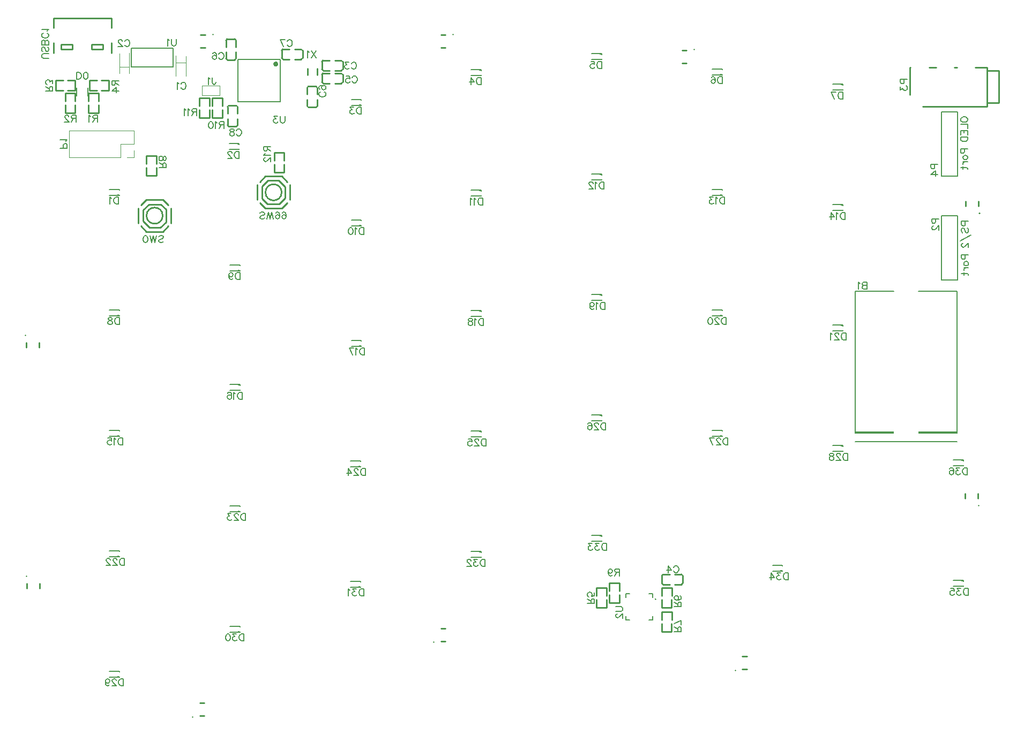
<source format=gbo>
G04 Layer: BottomSilkLayer*
G04 EasyEDA v6.4.20.2, 2021-06-30T10:48:07+02:00*
G04 d10c3ea4707d49af85f46b29c2d7dc23,563db0ff5b334ec4995e7372edb549dc,10*
G04 Gerber Generator version 0.2*
G04 Scale: 100 percent, Rotated: No, Reflected: No *
G04 Dimensions in millimeters *
G04 leading zeros omitted , absolute positions ,4 integer and 5 decimal *
%FSLAX45Y45*%
%MOMM*%

%ADD10C,0.2540*%
%ADD42C,0.1524*%
%ADD43C,0.2032*%
%ADD44C,0.2030*%
%ADD45C,0.1200*%
%ADD46C,0.0800*%
%ADD47C,0.1000*%
%ADD48C,0.1500*%
%ADD49C,0.2000*%
%ADD50C,0.1520*%
%ADD51C,0.4000*%

%LPD*%
D42*
X10526534Y8395208D02*
G01*
X10531868Y8405621D01*
X10542282Y8416036D01*
X10552442Y8421115D01*
X10573270Y8421115D01*
X10583684Y8416036D01*
X10594098Y8405621D01*
X10599432Y8395208D01*
X10604512Y8379460D01*
X10604512Y8353552D01*
X10599432Y8338058D01*
X10594098Y8327644D01*
X10583684Y8317229D01*
X10573270Y8312150D01*
X10552442Y8312150D01*
X10542282Y8317229D01*
X10531868Y8327644D01*
X10526534Y8338058D01*
X10440428Y8421115D02*
G01*
X10492244Y8348471D01*
X10414266Y8348471D01*
X10440428Y8421115D02*
G01*
X10440428Y8312150D01*
X15061184Y15488157D02*
G01*
X15066263Y15498571D01*
X15076677Y15508986D01*
X15087091Y15514320D01*
X15102840Y15519400D01*
X15128747Y15519400D01*
X15144241Y15514320D01*
X15154656Y15508986D01*
X15165070Y15498571D01*
X15170150Y15488157D01*
X15170150Y15467329D01*
X15165070Y15457170D01*
X15154656Y15446755D01*
X15144241Y15441421D01*
X15128747Y15436342D01*
X15102840Y15436342D01*
X15087091Y15441421D01*
X15076677Y15446755D01*
X15066263Y15457170D01*
X15061184Y15467329D01*
X15061184Y15488157D01*
X15061184Y15402052D02*
G01*
X15170150Y15402052D01*
X15170150Y15402052D02*
G01*
X15170150Y15339568D01*
X15061184Y15305278D02*
G01*
X15170150Y15305278D01*
X15061184Y15305278D02*
G01*
X15061184Y15237713D01*
X15113000Y15305278D02*
G01*
X15113000Y15263876D01*
X15170150Y15305278D02*
G01*
X15170150Y15237713D01*
X15061184Y15203424D02*
G01*
X15170150Y15203424D01*
X15061184Y15203424D02*
G01*
X15061184Y15167102D01*
X15066263Y15151607D01*
X15076677Y15141194D01*
X15087091Y15135860D01*
X15102840Y15130779D01*
X15128747Y15130779D01*
X15144241Y15135860D01*
X15154656Y15141194D01*
X15165070Y15151607D01*
X15170150Y15167102D01*
X15170150Y15203424D01*
X15061184Y15016479D02*
G01*
X15170150Y15016479D01*
X15061184Y15016479D02*
G01*
X15061184Y14969744D01*
X15066263Y14954250D01*
X15071597Y14948916D01*
X15082011Y14943836D01*
X15097506Y14943836D01*
X15107920Y14948916D01*
X15113000Y14954250D01*
X15118334Y14969744D01*
X15118334Y15016479D01*
X15097506Y14883384D02*
G01*
X15102840Y14893797D01*
X15113000Y14904212D01*
X15128747Y14909545D01*
X15139161Y14909545D01*
X15154656Y14904212D01*
X15165070Y14893797D01*
X15170150Y14883384D01*
X15170150Y14867889D01*
X15165070Y14857476D01*
X15154656Y14847062D01*
X15139161Y14841981D01*
X15128747Y14841981D01*
X15113000Y14847062D01*
X15102840Y14857476D01*
X15097506Y14867889D01*
X15097506Y14883384D01*
X15097506Y14807692D02*
G01*
X15170150Y14807692D01*
X15128747Y14807692D02*
G01*
X15113000Y14802357D01*
X15102840Y14791944D01*
X15097506Y14781529D01*
X15097506Y14766036D01*
X15061184Y14716252D02*
G01*
X15149575Y14716252D01*
X15165070Y14710918D01*
X15170150Y14700504D01*
X15170150Y14690089D01*
X15097506Y14731745D02*
G01*
X15097506Y14695424D01*
X14591284Y14770100D02*
G01*
X14700250Y14770100D01*
X14591284Y14770100D02*
G01*
X14591284Y14723363D01*
X14596363Y14707870D01*
X14601697Y14702536D01*
X14612111Y14697455D01*
X14627606Y14697455D01*
X14638020Y14702536D01*
X14643100Y14707870D01*
X14648434Y14723363D01*
X14648434Y14770100D01*
X14591284Y14611095D02*
G01*
X14663927Y14663166D01*
X14663927Y14585187D01*
X14591284Y14611095D02*
G01*
X14700250Y14611095D01*
X4050284Y15049489D02*
G01*
X4159250Y15049489D01*
X4050284Y15049489D02*
G01*
X4050284Y15002753D01*
X4055363Y14987259D01*
X4060697Y14981925D01*
X4071111Y14976845D01*
X4081525Y14976845D01*
X4091940Y14981925D01*
X4097020Y14987259D01*
X4102100Y15002753D01*
X4102100Y15049489D01*
X4102100Y15013167D02*
G01*
X4159250Y14976845D01*
X4071111Y14942555D02*
G01*
X4065777Y14932141D01*
X4050284Y14916393D01*
X4159250Y14916393D01*
X4076191Y14877023D02*
G01*
X4071111Y14877023D01*
X4060697Y14871689D01*
X4055363Y14866609D01*
X4050284Y14856195D01*
X4050284Y14835367D01*
X4055363Y14824953D01*
X4060697Y14819873D01*
X4071111Y14814539D01*
X4081525Y14814539D01*
X4091940Y14819873D01*
X4107434Y14830287D01*
X4159250Y14882103D01*
X4159250Y14809459D01*
X4060443Y13920975D02*
G01*
X4050029Y13910561D01*
X4034536Y13905481D01*
X4013708Y13905481D01*
X3998213Y13910561D01*
X3987800Y13920975D01*
X3987800Y13931389D01*
X3992879Y13941803D01*
X3998213Y13947137D01*
X4008627Y13952217D01*
X4039870Y13962631D01*
X4050029Y13967711D01*
X4055363Y13973045D01*
X4060443Y13983459D01*
X4060443Y13998953D01*
X4050029Y14009367D01*
X4034536Y14014447D01*
X4013708Y14014447D01*
X3998213Y14009367D01*
X3987800Y13998953D01*
X4094734Y13905481D02*
G01*
X4120895Y14014447D01*
X4146804Y13905481D02*
G01*
X4120895Y14014447D01*
X4146804Y13905481D02*
G01*
X4172711Y14014447D01*
X4198620Y13905481D02*
G01*
X4172711Y14014447D01*
X4300474Y13941803D02*
G01*
X4295393Y13957297D01*
X4284979Y13967711D01*
X4269486Y13973045D01*
X4264152Y13973045D01*
X4248658Y13967711D01*
X4238243Y13957297D01*
X4232909Y13941803D01*
X4232909Y13936723D01*
X4238243Y13920975D01*
X4248658Y13910561D01*
X4264152Y13905481D01*
X4269486Y13905481D01*
X4284979Y13910561D01*
X4295393Y13920975D01*
X4300474Y13941803D01*
X4300474Y13967711D01*
X4295393Y13993873D01*
X4284979Y14009367D01*
X4269486Y14014447D01*
X4259072Y14014447D01*
X4243324Y14009367D01*
X4238243Y13998953D01*
X4402327Y13941803D02*
G01*
X4397247Y13957297D01*
X4386834Y13967711D01*
X4371340Y13973045D01*
X4366006Y13973045D01*
X4350511Y13967711D01*
X4340097Y13957297D01*
X4334763Y13941803D01*
X4334763Y13936723D01*
X4340097Y13920975D01*
X4350511Y13910561D01*
X4366006Y13905481D01*
X4371340Y13905481D01*
X4386834Y13910561D01*
X4397247Y13920975D01*
X4402327Y13941803D01*
X4402327Y13967711D01*
X4397247Y13993873D01*
X4386834Y14009367D01*
X4371340Y14014447D01*
X4360925Y14014447D01*
X4345177Y14009367D01*
X4340097Y13998953D01*
X2391064Y13625253D02*
G01*
X2401455Y13635644D01*
X2417041Y13640838D01*
X2437823Y13640838D01*
X2453408Y13635644D01*
X2463800Y13625253D01*
X2463800Y13614862D01*
X2458605Y13604471D01*
X2453408Y13599274D01*
X2443017Y13594079D01*
X2411844Y13583688D01*
X2401455Y13578494D01*
X2396258Y13573297D01*
X2391064Y13562906D01*
X2391064Y13547321D01*
X2401455Y13536929D01*
X2417041Y13531735D01*
X2437823Y13531735D01*
X2453408Y13536929D01*
X2463800Y13547321D01*
X2356774Y13640838D02*
G01*
X2330795Y13531735D01*
X2304818Y13640838D02*
G01*
X2330795Y13531735D01*
X2304818Y13640838D02*
G01*
X2278842Y13531735D01*
X2252865Y13640838D02*
G01*
X2278842Y13531735D01*
X2187402Y13640838D02*
G01*
X2202987Y13635644D01*
X2213378Y13620056D01*
X2218575Y13594079D01*
X2218575Y13578494D01*
X2213378Y13552515D01*
X2202987Y13536929D01*
X2187402Y13531735D01*
X2177011Y13531735D01*
X2161425Y13536929D01*
X2151034Y13552515D01*
X2145837Y13578494D01*
X2145837Y13594079D01*
X2151034Y13620056D01*
X2161425Y13635644D01*
X2177011Y13640838D01*
X2187402Y13640838D01*
X3416289Y15444216D02*
G01*
X3416289Y15335250D01*
X3416289Y15444216D02*
G01*
X3369553Y15444216D01*
X3354059Y15439136D01*
X3348725Y15433802D01*
X3343645Y15423387D01*
X3343645Y15412974D01*
X3348725Y15402560D01*
X3354059Y15397479D01*
X3369553Y15392400D01*
X3416289Y15392400D01*
X3379967Y15392400D02*
G01*
X3343645Y15335250D01*
X3309355Y15423387D02*
G01*
X3298941Y15428721D01*
X3283193Y15444216D01*
X3283193Y15335250D01*
X3217915Y15444216D02*
G01*
X3233409Y15439136D01*
X3243823Y15423387D01*
X3248903Y15397479D01*
X3248903Y15381986D01*
X3243823Y15355824D01*
X3233409Y15340329D01*
X3217915Y15335250D01*
X3207501Y15335250D01*
X3191753Y15340329D01*
X3181339Y15355824D01*
X3176259Y15381986D01*
X3176259Y15397479D01*
X3181339Y15423387D01*
X3191753Y15439136D01*
X3207501Y15444216D01*
X3217915Y15444216D01*
X2984489Y15647416D02*
G01*
X2984489Y15538450D01*
X2984489Y15647416D02*
G01*
X2937753Y15647416D01*
X2922259Y15642336D01*
X2916925Y15637002D01*
X2911845Y15626587D01*
X2911845Y15616174D01*
X2916925Y15605760D01*
X2922259Y15600679D01*
X2937753Y15595600D01*
X2984489Y15595600D01*
X2948167Y15595600D02*
G01*
X2911845Y15538450D01*
X2877555Y15626587D02*
G01*
X2867141Y15631921D01*
X2851393Y15647416D01*
X2851393Y15538450D01*
X2817103Y15626587D02*
G01*
X2806689Y15631921D01*
X2791195Y15647416D01*
X2791195Y15538450D01*
X940815Y15024100D02*
G01*
X831850Y15024100D01*
X940815Y15024100D02*
G01*
X940815Y15070836D01*
X935736Y15086329D01*
X930402Y15091663D01*
X919987Y15096744D01*
X904494Y15096744D01*
X894079Y15091663D01*
X889000Y15086329D01*
X883665Y15070836D01*
X883665Y15024100D01*
X919987Y15131034D02*
G01*
X925321Y15141447D01*
X940815Y15157195D01*
X831850Y15157195D01*
X13576300Y12904215D02*
G01*
X13576300Y12795250D01*
X13576300Y12904215D02*
G01*
X13529563Y12904215D01*
X13514070Y12899136D01*
X13508736Y12893802D01*
X13503656Y12883387D01*
X13503656Y12872974D01*
X13508736Y12862560D01*
X13514070Y12857479D01*
X13529563Y12852400D01*
X13576300Y12852400D02*
G01*
X13529563Y12852400D01*
X13514070Y12847065D01*
X13508736Y12841986D01*
X13503656Y12831571D01*
X13503656Y12815824D01*
X13508736Y12805410D01*
X13514070Y12800329D01*
X13529563Y12795250D01*
X13576300Y12795250D01*
X13469366Y12883387D02*
G01*
X13458952Y12888721D01*
X13443204Y12904215D01*
X13443204Y12795250D01*
X2741414Y16040607D02*
G01*
X2746748Y16051021D01*
X2757162Y16061436D01*
X2767322Y16066516D01*
X2788150Y16066516D01*
X2798564Y16061436D01*
X2808978Y16051021D01*
X2814312Y16040607D01*
X2819392Y16024860D01*
X2819392Y15998952D01*
X2814312Y15983457D01*
X2808978Y15973044D01*
X2798564Y15962629D01*
X2788150Y15957550D01*
X2767322Y15957550D01*
X2757162Y15962629D01*
X2746748Y15973044D01*
X2741414Y15983457D01*
X2707124Y16045687D02*
G01*
X2696710Y16051021D01*
X2681216Y16066516D01*
X2681216Y15957550D01*
X1852414Y16713707D02*
G01*
X1857748Y16724121D01*
X1868162Y16734536D01*
X1878322Y16739616D01*
X1899150Y16739616D01*
X1909564Y16734536D01*
X1919978Y16724121D01*
X1925312Y16713707D01*
X1930392Y16697960D01*
X1930392Y16672052D01*
X1925312Y16656557D01*
X1919978Y16646144D01*
X1909564Y16635729D01*
X1899150Y16630650D01*
X1878322Y16630650D01*
X1868162Y16635729D01*
X1857748Y16646144D01*
X1852414Y16656557D01*
X1813044Y16713707D02*
G01*
X1813044Y16718787D01*
X1807710Y16729202D01*
X1802630Y16734536D01*
X1792216Y16739616D01*
X1771388Y16739616D01*
X1760974Y16734536D01*
X1755894Y16729202D01*
X1750560Y16718787D01*
X1750560Y16708374D01*
X1755894Y16697960D01*
X1766308Y16682466D01*
X1818124Y16630650D01*
X1745480Y16630650D01*
X5433834Y16358107D02*
G01*
X5439168Y16368521D01*
X5449582Y16378936D01*
X5459742Y16384016D01*
X5480570Y16384016D01*
X5490984Y16378936D01*
X5501398Y16368521D01*
X5506732Y16358107D01*
X5511812Y16342360D01*
X5511812Y16316452D01*
X5506732Y16300957D01*
X5501398Y16290544D01*
X5490984Y16280129D01*
X5480570Y16275050D01*
X5459742Y16275050D01*
X5449582Y16280129D01*
X5439168Y16290544D01*
X5433834Y16300957D01*
X5389130Y16384016D02*
G01*
X5331980Y16384016D01*
X5363222Y16342360D01*
X5347728Y16342360D01*
X5337314Y16337279D01*
X5331980Y16332200D01*
X5326900Y16316452D01*
X5326900Y16306037D01*
X5331980Y16290544D01*
X5342394Y16280129D01*
X5358142Y16275050D01*
X5373636Y16275050D01*
X5389130Y16280129D01*
X5394464Y16285210D01*
X5399544Y16295624D01*
X5446534Y16142207D02*
G01*
X5451868Y16152621D01*
X5462282Y16163036D01*
X5472442Y16168116D01*
X5493270Y16168116D01*
X5503684Y16163036D01*
X5514098Y16152621D01*
X5519432Y16142207D01*
X5524512Y16126460D01*
X5524512Y16100552D01*
X5519432Y16085057D01*
X5514098Y16074644D01*
X5503684Y16064229D01*
X5493270Y16059150D01*
X5472442Y16059150D01*
X5462282Y16064229D01*
X5451868Y16074644D01*
X5446534Y16085057D01*
X5350014Y16168116D02*
G01*
X5401830Y16168116D01*
X5407164Y16121379D01*
X5401830Y16126460D01*
X5386336Y16131794D01*
X5370842Y16131794D01*
X5355094Y16126460D01*
X5344680Y16116300D01*
X5339600Y16100552D01*
X5339600Y16090137D01*
X5344680Y16074644D01*
X5355094Y16064229D01*
X5370842Y16059150D01*
X5386336Y16059150D01*
X5401830Y16064229D01*
X5407164Y16069310D01*
X5412244Y16079724D01*
X3338334Y16510507D02*
G01*
X3343668Y16520921D01*
X3354082Y16531336D01*
X3364242Y16536416D01*
X3385070Y16536416D01*
X3395484Y16531336D01*
X3405898Y16520921D01*
X3411232Y16510507D01*
X3416312Y16494760D01*
X3416312Y16468852D01*
X3411232Y16453357D01*
X3405898Y16442944D01*
X3395484Y16432529D01*
X3385070Y16427450D01*
X3364242Y16427450D01*
X3354082Y16432529D01*
X3343668Y16442944D01*
X3338334Y16453357D01*
X3241814Y16520921D02*
G01*
X3246894Y16531336D01*
X3262642Y16536416D01*
X3272802Y16536416D01*
X3288550Y16531336D01*
X3298964Y16515587D01*
X3304044Y16489679D01*
X3304044Y16463771D01*
X3298964Y16442944D01*
X3288550Y16432529D01*
X3272802Y16427450D01*
X3267722Y16427450D01*
X3252228Y16432529D01*
X3241814Y16442944D01*
X3236480Y16458437D01*
X3236480Y16463771D01*
X3241814Y16479266D01*
X3252228Y16489679D01*
X3267722Y16494760D01*
X3272802Y16494760D01*
X3288550Y16489679D01*
X3298964Y16479266D01*
X3304044Y16463771D01*
X4418926Y16713707D02*
G01*
X4424260Y16724121D01*
X4434674Y16734536D01*
X4444834Y16739616D01*
X4465662Y16739616D01*
X4476076Y16734536D01*
X4486490Y16724121D01*
X4491824Y16713707D01*
X4496904Y16697960D01*
X4496904Y16672052D01*
X4491824Y16656557D01*
X4486490Y16646144D01*
X4476076Y16635729D01*
X4465662Y16630650D01*
X4444834Y16630650D01*
X4434674Y16635729D01*
X4424260Y16646144D01*
X4418926Y16656557D01*
X4311992Y16739616D02*
G01*
X4363808Y16630650D01*
X4384636Y16739616D02*
G01*
X4311992Y16739616D01*
X3617734Y15304007D02*
G01*
X3623068Y15314421D01*
X3633482Y15324836D01*
X3643642Y15329916D01*
X3664470Y15329916D01*
X3674884Y15324836D01*
X3685298Y15314421D01*
X3690632Y15304007D01*
X3695712Y15288260D01*
X3695712Y15262352D01*
X3690632Y15246857D01*
X3685298Y15236444D01*
X3674884Y15226029D01*
X3664470Y15220950D01*
X3643642Y15220950D01*
X3633482Y15226029D01*
X3623068Y15236444D01*
X3617734Y15246857D01*
X3557536Y15329916D02*
G01*
X3573030Y15324836D01*
X3578364Y15314421D01*
X3578364Y15304007D01*
X3573030Y15293594D01*
X3562616Y15288260D01*
X3542042Y15283179D01*
X3526294Y15278100D01*
X3515880Y15267686D01*
X3510800Y15257271D01*
X3510800Y15241524D01*
X3515880Y15231110D01*
X3521214Y15226029D01*
X3536708Y15220950D01*
X3557536Y15220950D01*
X3573030Y15226029D01*
X3578364Y15231110D01*
X3583444Y15241524D01*
X3583444Y15257271D01*
X3578364Y15267686D01*
X3567950Y15278100D01*
X3552202Y15283179D01*
X3531628Y15288260D01*
X3521214Y15293594D01*
X3515880Y15304007D01*
X3515880Y15314421D01*
X3521214Y15324836D01*
X3536708Y15329916D01*
X3557536Y15329916D01*
X5004308Y15914865D02*
G01*
X5014722Y15909531D01*
X5025136Y15899117D01*
X5030215Y15888957D01*
X5030215Y15868129D01*
X5025136Y15857715D01*
X5014722Y15847301D01*
X5004308Y15841967D01*
X4988559Y15836887D01*
X4962652Y15836887D01*
X4947158Y15841967D01*
X4936743Y15847301D01*
X4926329Y15857715D01*
X4921250Y15868129D01*
X4921250Y15888957D01*
X4926329Y15899117D01*
X4936743Y15909531D01*
X4947158Y15914865D01*
X4993893Y16016719D02*
G01*
X4978400Y16011385D01*
X4967986Y16000971D01*
X4962652Y15985477D01*
X4962652Y15980397D01*
X4967986Y15964649D01*
X4978400Y15954235D01*
X4993893Y15949155D01*
X4998974Y15949155D01*
X5014722Y15954235D01*
X5025136Y15964649D01*
X5030215Y15980397D01*
X5030215Y15985477D01*
X5025136Y16000971D01*
X5014722Y16011385D01*
X4993893Y16016719D01*
X4967986Y16016719D01*
X4941824Y16011385D01*
X4926329Y16000971D01*
X4921250Y15985477D01*
X4921250Y15975063D01*
X4926329Y15959569D01*
X4936743Y15954235D01*
X9272015Y7823210D02*
G01*
X9163050Y7823210D01*
X9272015Y7823210D02*
G01*
X9272015Y7869946D01*
X9266936Y7885440D01*
X9261602Y7890774D01*
X9251188Y7895854D01*
X9240774Y7895854D01*
X9230359Y7890774D01*
X9225279Y7885440D01*
X9220200Y7869946D01*
X9220200Y7823210D01*
X9220200Y7859532D02*
G01*
X9163050Y7895854D01*
X9272015Y7992628D02*
G01*
X9272015Y7940558D01*
X9225279Y7935478D01*
X9230359Y7940558D01*
X9235693Y7956306D01*
X9235693Y7971800D01*
X9230359Y7987294D01*
X9220200Y7997708D01*
X9204452Y8003042D01*
X9194038Y8003042D01*
X9178543Y7997708D01*
X9168129Y7987294D01*
X9163050Y7971800D01*
X9163050Y7956306D01*
X9168129Y7940558D01*
X9173209Y7935478D01*
X9183624Y7930144D01*
X9664689Y8370315D02*
G01*
X9664689Y8261350D01*
X9664689Y8370315D02*
G01*
X9617953Y8370315D01*
X9602459Y8365236D01*
X9597125Y8359902D01*
X9592045Y8349487D01*
X9592045Y8339073D01*
X9597125Y8328660D01*
X9602459Y8323579D01*
X9617953Y8318500D01*
X9664689Y8318500D01*
X9628367Y8318500D02*
G01*
X9592045Y8261350D01*
X9490191Y8333994D02*
G01*
X9495271Y8318500D01*
X9505685Y8308086D01*
X9521179Y8302752D01*
X9526513Y8302752D01*
X9542007Y8308086D01*
X9552421Y8318500D01*
X9557755Y8333994D01*
X9557755Y8339073D01*
X9552421Y8354821D01*
X9542007Y8365236D01*
X9526513Y8370315D01*
X9521179Y8370315D01*
X9505685Y8365236D01*
X9495271Y8354821D01*
X9490191Y8333994D01*
X9490191Y8308086D01*
X9495271Y8281923D01*
X9505685Y8266429D01*
X9521179Y8261350D01*
X9531593Y8261350D01*
X9547341Y8266429D01*
X9552421Y8276844D01*
X2667000Y16752316D02*
G01*
X2667000Y16674337D01*
X2661920Y16658844D01*
X2651506Y16648429D01*
X2635758Y16643350D01*
X2625343Y16643350D01*
X2609850Y16648429D01*
X2599436Y16658844D01*
X2594356Y16674337D01*
X2594356Y16752316D01*
X2560065Y16731487D02*
G01*
X2549652Y16736821D01*
X2533904Y16752316D01*
X2533904Y16643350D01*
X4876812Y16561828D02*
G01*
X4804168Y16452862D01*
X4804168Y16561828D02*
G01*
X4876812Y16452862D01*
X4769878Y16541000D02*
G01*
X4759464Y16546334D01*
X4743716Y16561828D01*
X4743716Y16452862D01*
X3237229Y16142716D02*
G01*
X3237229Y16059657D01*
X3242563Y16043910D01*
X3247643Y16038829D01*
X3258058Y16033750D01*
X3268472Y16033750D01*
X3278886Y16038829D01*
X3284220Y16043910D01*
X3289300Y16059657D01*
X3289300Y16070071D01*
X3202940Y16121887D02*
G01*
X3192779Y16127221D01*
X3177031Y16142716D01*
X3177031Y16033750D01*
X1422389Y15545816D02*
G01*
X1422389Y15436850D01*
X1422389Y15545816D02*
G01*
X1375653Y15545816D01*
X1360159Y15540736D01*
X1354825Y15535402D01*
X1349745Y15524987D01*
X1349745Y15514574D01*
X1354825Y15504160D01*
X1360159Y15499079D01*
X1375653Y15494000D01*
X1422389Y15494000D01*
X1386067Y15494000D02*
G01*
X1349745Y15436850D01*
X1315455Y15524987D02*
G01*
X1305041Y15530321D01*
X1289293Y15545816D01*
X1289293Y15436850D01*
X1079489Y15545816D02*
G01*
X1079489Y15436850D01*
X1079489Y15545816D02*
G01*
X1032753Y15545816D01*
X1017259Y15540736D01*
X1011925Y15535402D01*
X1006845Y15524987D01*
X1006845Y15514574D01*
X1011925Y15504160D01*
X1017259Y15499079D01*
X1032753Y15494000D01*
X1079489Y15494000D01*
X1043167Y15494000D02*
G01*
X1006845Y15436850D01*
X967221Y15519907D02*
G01*
X967221Y15524987D01*
X962141Y15535402D01*
X956807Y15540736D01*
X946393Y15545816D01*
X925819Y15545816D01*
X915405Y15540736D01*
X910071Y15535402D01*
X904991Y15524987D01*
X904991Y15514574D01*
X910071Y15504160D01*
X920485Y15488666D01*
X972555Y15436850D01*
X899657Y15436850D01*
X712215Y15925810D02*
G01*
X603250Y15925810D01*
X712215Y15925810D02*
G01*
X712215Y15972546D01*
X707136Y15988040D01*
X701802Y15993374D01*
X691387Y15998454D01*
X680973Y15998454D01*
X670560Y15993374D01*
X665479Y15988040D01*
X660400Y15972546D01*
X660400Y15925810D01*
X660400Y15962132D02*
G01*
X603250Y15998454D01*
X712215Y16043158D02*
G01*
X712215Y16100308D01*
X670560Y16069320D01*
X670560Y16084814D01*
X665479Y16095228D01*
X660400Y16100308D01*
X644652Y16105642D01*
X634237Y16105642D01*
X618744Y16100308D01*
X608329Y16089894D01*
X603250Y16074400D01*
X603250Y16058906D01*
X608329Y16043158D01*
X613410Y16038078D01*
X623823Y16032744D01*
X1649984Y16090889D02*
G01*
X1758950Y16090889D01*
X1649984Y16090889D02*
G01*
X1649984Y16044153D01*
X1655063Y16028659D01*
X1660397Y16023325D01*
X1670812Y16018245D01*
X1681226Y16018245D01*
X1691639Y16023325D01*
X1696720Y16028659D01*
X1701800Y16044153D01*
X1701800Y16090889D01*
X1701800Y16054567D02*
G01*
X1758950Y16018245D01*
X1649984Y15931885D02*
G01*
X1722628Y15983955D01*
X1722628Y15905977D01*
X1649984Y15931885D02*
G01*
X1758950Y15931885D01*
X9612884Y7772400D02*
G01*
X9690861Y7772400D01*
X9706356Y7767320D01*
X9716770Y7756905D01*
X9721850Y7741158D01*
X9721850Y7730744D01*
X9716770Y7715250D01*
X9706356Y7704836D01*
X9690861Y7699755D01*
X9612884Y7699755D01*
X9638791Y7660131D02*
G01*
X9633711Y7660131D01*
X9623297Y7655052D01*
X9617963Y7649718D01*
X9612884Y7639304D01*
X9612884Y7618729D01*
X9617963Y7608315D01*
X9623297Y7602981D01*
X9633711Y7597902D01*
X9644125Y7597902D01*
X9654540Y7602981D01*
X9670034Y7613395D01*
X9721850Y7665465D01*
X9721850Y7592568D01*
X10643615Y7772486D02*
G01*
X10534650Y7772486D01*
X10643615Y7772486D02*
G01*
X10643615Y7819222D01*
X10638536Y7834716D01*
X10633202Y7840050D01*
X10622788Y7845130D01*
X10612374Y7845130D01*
X10601959Y7840050D01*
X10596879Y7834716D01*
X10591800Y7819222D01*
X10591800Y7772486D01*
X10591800Y7808808D02*
G01*
X10534650Y7845130D01*
X10628122Y7941904D02*
G01*
X10638536Y7936570D01*
X10643615Y7921076D01*
X10643615Y7910662D01*
X10638536Y7894914D01*
X10622788Y7884754D01*
X10596879Y7879420D01*
X10570972Y7879420D01*
X10550143Y7884754D01*
X10539729Y7894914D01*
X10534650Y7910662D01*
X10534650Y7915742D01*
X10539729Y7931490D01*
X10550143Y7941904D01*
X10565638Y7946984D01*
X10570972Y7946984D01*
X10586465Y7941904D01*
X10596879Y7931490D01*
X10601959Y7915742D01*
X10601959Y7910662D01*
X10596879Y7894914D01*
X10586465Y7884754D01*
X10570972Y7879420D01*
X10643615Y7378786D02*
G01*
X10534650Y7378786D01*
X10643615Y7378786D02*
G01*
X10643615Y7425522D01*
X10638536Y7441016D01*
X10633202Y7446350D01*
X10622788Y7451430D01*
X10612374Y7451430D01*
X10601959Y7446350D01*
X10596879Y7441016D01*
X10591800Y7425522D01*
X10591800Y7378786D01*
X10591800Y7415108D02*
G01*
X10534650Y7451430D01*
X10643615Y7558364D02*
G01*
X10534650Y7506548D01*
X10643615Y7485720D02*
G01*
X10643615Y7558364D01*
X2502915Y14719386D02*
G01*
X2393950Y14719386D01*
X2502915Y14719386D02*
G01*
X2502915Y14766122D01*
X2497836Y14781616D01*
X2492502Y14786950D01*
X2482088Y14792030D01*
X2471674Y14792030D01*
X2461259Y14786950D01*
X2456179Y14781616D01*
X2451100Y14766122D01*
X2451100Y14719386D01*
X2451100Y14755708D02*
G01*
X2393950Y14792030D01*
X2502915Y14852228D02*
G01*
X2497836Y14836734D01*
X2487422Y14831654D01*
X2477008Y14831654D01*
X2466593Y14836734D01*
X2461259Y14847148D01*
X2456179Y14867976D01*
X2451100Y14883470D01*
X2440686Y14893884D01*
X2430272Y14898964D01*
X2414524Y14898964D01*
X2404109Y14893884D01*
X2399029Y14888804D01*
X2393950Y14873056D01*
X2393950Y14852228D01*
X2399029Y14836734D01*
X2404109Y14831654D01*
X2414524Y14826320D01*
X2430272Y14826320D01*
X2440686Y14831654D01*
X2451100Y14841814D01*
X2456179Y14857562D01*
X2461259Y14878390D01*
X2466593Y14888804D01*
X2477008Y14893884D01*
X2487422Y14893884D01*
X2497836Y14888804D01*
X2502915Y14873056D01*
X2502915Y14852228D01*
X1092200Y16115284D02*
G01*
X1092200Y16224250D01*
X1092200Y16115284D02*
G01*
X1128521Y16115284D01*
X1144270Y16120363D01*
X1154429Y16130778D01*
X1159763Y16141192D01*
X1164844Y16156939D01*
X1164844Y16182847D01*
X1159763Y16198342D01*
X1154429Y16208755D01*
X1144270Y16219170D01*
X1128521Y16224250D01*
X1092200Y16224250D01*
X1230376Y16115284D02*
G01*
X1214881Y16120363D01*
X1204468Y16136112D01*
X1199134Y16162020D01*
X1199134Y16177513D01*
X1204468Y16203676D01*
X1214881Y16219170D01*
X1230376Y16224250D01*
X1240789Y16224250D01*
X1256284Y16219170D01*
X1266697Y16203676D01*
X1272031Y16177513D01*
X1272031Y16162020D01*
X1266697Y16136112D01*
X1256284Y16120363D01*
X1240789Y16115284D01*
X1230376Y16115284D01*
X4381500Y15533116D02*
G01*
X4381500Y15455137D01*
X4376420Y15439644D01*
X4366006Y15429229D01*
X4350258Y15424150D01*
X4339843Y15424150D01*
X4324350Y15429229D01*
X4313936Y15439644D01*
X4308856Y15455137D01*
X4308856Y15533116D01*
X4264152Y15533116D02*
G01*
X4207002Y15533116D01*
X4237990Y15491460D01*
X4222495Y15491460D01*
X4212081Y15486379D01*
X4207002Y15481300D01*
X4201668Y15465552D01*
X4201668Y15455137D01*
X4207002Y15439644D01*
X4217415Y15429229D01*
X4232909Y15424150D01*
X4248404Y15424150D01*
X4264152Y15429229D01*
X4269231Y15434310D01*
X4274565Y15444724D01*
X15073861Y13868400D02*
G01*
X15182964Y13868400D01*
X15073861Y13868400D02*
G01*
X15073861Y13821641D01*
X15079055Y13806055D01*
X15084252Y13800858D01*
X15094643Y13795664D01*
X15110228Y13795664D01*
X15120620Y13800858D01*
X15125814Y13806055D01*
X15131011Y13821641D01*
X15131011Y13868400D01*
X15089446Y13688636D02*
G01*
X15079055Y13699027D01*
X15073861Y13714615D01*
X15073861Y13735395D01*
X15079055Y13750983D01*
X15089446Y13761374D01*
X15099837Y13761374D01*
X15110228Y13756177D01*
X15115425Y13750983D01*
X15120620Y13740592D01*
X15131011Y13709418D01*
X15136205Y13699027D01*
X15141402Y13693833D01*
X15151793Y13688636D01*
X15167378Y13688636D01*
X15177770Y13699027D01*
X15182964Y13714615D01*
X15182964Y13735395D01*
X15177770Y13750983D01*
X15167378Y13761374D01*
X15053078Y13560828D02*
G01*
X15219334Y13654346D01*
X15099837Y13521344D02*
G01*
X15094643Y13521344D01*
X15084252Y13516147D01*
X15079055Y13510953D01*
X15073861Y13500562D01*
X15073861Y13479779D01*
X15079055Y13469388D01*
X15084252Y13464194D01*
X15094643Y13458997D01*
X15105034Y13458997D01*
X15115425Y13464194D01*
X15131011Y13474585D01*
X15182964Y13526538D01*
X15182964Y13453803D01*
X15073861Y13339503D02*
G01*
X15182964Y13339503D01*
X15073861Y13339503D02*
G01*
X15073861Y13292744D01*
X15079055Y13277156D01*
X15084252Y13271962D01*
X15094643Y13266765D01*
X15110228Y13266765D01*
X15120620Y13271962D01*
X15125814Y13277156D01*
X15131011Y13292744D01*
X15131011Y13339503D01*
X15110228Y13206498D02*
G01*
X15115425Y13216889D01*
X15125814Y13227281D01*
X15141402Y13232475D01*
X15151793Y13232475D01*
X15167378Y13227281D01*
X15177770Y13216889D01*
X15182964Y13206498D01*
X15182964Y13190913D01*
X15177770Y13180522D01*
X15167378Y13170131D01*
X15151793Y13164934D01*
X15141402Y13164934D01*
X15125814Y13170131D01*
X15115425Y13180522D01*
X15110228Y13190913D01*
X15110228Y13206498D01*
X15110228Y13130644D02*
G01*
X15182964Y13130644D01*
X15141402Y13130644D02*
G01*
X15125814Y13125450D01*
X15115425Y13115058D01*
X15110228Y13104667D01*
X15110228Y13089082D01*
X15073861Y13039204D02*
G01*
X15162184Y13039204D01*
X15177770Y13034010D01*
X15182964Y13023618D01*
X15182964Y13013227D01*
X15110228Y13054792D02*
G01*
X15110228Y13018424D01*
X14603961Y13906500D02*
G01*
X14713064Y13906500D01*
X14603961Y13906500D02*
G01*
X14603961Y13859741D01*
X14609155Y13844155D01*
X14614352Y13838958D01*
X14624743Y13833764D01*
X14640328Y13833764D01*
X14650720Y13838958D01*
X14655914Y13844155D01*
X14661111Y13859741D01*
X14661111Y13906500D01*
X14629937Y13794277D02*
G01*
X14624743Y13794277D01*
X14614352Y13789083D01*
X14609155Y13783886D01*
X14603961Y13773495D01*
X14603961Y13752715D01*
X14609155Y13742324D01*
X14614352Y13737127D01*
X14624743Y13731933D01*
X14635134Y13731933D01*
X14645525Y13737127D01*
X14661111Y13747518D01*
X14713064Y13799474D01*
X14713064Y13726736D01*
X14108661Y16116300D02*
G01*
X14217764Y16116300D01*
X14108661Y16116300D02*
G01*
X14108661Y16069541D01*
X14113855Y16053955D01*
X14119052Y16048758D01*
X14129443Y16043564D01*
X14145028Y16043564D01*
X14155420Y16048758D01*
X14160614Y16053955D01*
X14165811Y16069541D01*
X14165811Y16116300D01*
X14108661Y15998883D02*
G01*
X14108661Y15941733D01*
X14150225Y15972904D01*
X14150225Y15957318D01*
X14155420Y15946927D01*
X14160614Y15941733D01*
X14176202Y15936536D01*
X14186593Y15936536D01*
X14202178Y15941733D01*
X14212570Y15952124D01*
X14217764Y15967710D01*
X14217764Y15983295D01*
X14212570Y15998883D01*
X14207375Y16004077D01*
X14196984Y16009274D01*
X648738Y16446500D02*
G01*
X570806Y16446500D01*
X555221Y16451694D01*
X544829Y16462085D01*
X539635Y16477673D01*
X539635Y16488064D01*
X544829Y16503650D01*
X555221Y16514041D01*
X570806Y16519235D01*
X648738Y16519235D01*
X633153Y16626263D02*
G01*
X643544Y16615872D01*
X648738Y16600284D01*
X648738Y16579504D01*
X643544Y16563916D01*
X633153Y16553525D01*
X622762Y16553525D01*
X612371Y16558722D01*
X607174Y16563916D01*
X601979Y16574307D01*
X591588Y16605481D01*
X586394Y16615872D01*
X581197Y16621066D01*
X570806Y16626263D01*
X555221Y16626263D01*
X544829Y16615872D01*
X539635Y16600284D01*
X539635Y16579504D01*
X544829Y16563916D01*
X555221Y16553525D01*
X648738Y16660553D02*
G01*
X539635Y16660553D01*
X648738Y16660553D02*
G01*
X648738Y16707312D01*
X643544Y16722897D01*
X638347Y16728094D01*
X627956Y16733288D01*
X617565Y16733288D01*
X607174Y16728094D01*
X601979Y16722897D01*
X596785Y16707312D01*
X596785Y16660553D02*
G01*
X596785Y16707312D01*
X591588Y16722897D01*
X586394Y16728094D01*
X576003Y16733288D01*
X560415Y16733288D01*
X550024Y16728094D01*
X544829Y16722897D01*
X539635Y16707312D01*
X539635Y16660553D01*
X622762Y16845511D02*
G01*
X633153Y16840314D01*
X643544Y16829925D01*
X648738Y16819534D01*
X648738Y16798752D01*
X643544Y16788361D01*
X633153Y16777970D01*
X622762Y16772775D01*
X607174Y16767578D01*
X581197Y16767578D01*
X565612Y16772775D01*
X555221Y16777970D01*
X544829Y16788361D01*
X539635Y16798752D01*
X539635Y16819534D01*
X544829Y16829925D01*
X555221Y16840314D01*
X565612Y16845511D01*
X627956Y16879801D02*
G01*
X633153Y16890192D01*
X648738Y16905777D01*
X539635Y16905777D01*
X1752600Y14250416D02*
G01*
X1752600Y14141450D01*
X1752600Y14250416D02*
G01*
X1716278Y14250416D01*
X1700529Y14245336D01*
X1690370Y14234921D01*
X1685036Y14224507D01*
X1679955Y14208760D01*
X1679955Y14182852D01*
X1685036Y14167357D01*
X1690370Y14156944D01*
X1700529Y14146529D01*
X1716278Y14141450D01*
X1752600Y14141450D01*
X1645665Y14229587D02*
G01*
X1635252Y14234921D01*
X1619504Y14250416D01*
X1619504Y14141450D01*
X3657600Y14974316D02*
G01*
X3657600Y14865350D01*
X3657600Y14974316D02*
G01*
X3621277Y14974316D01*
X3605529Y14969236D01*
X3595370Y14958821D01*
X3590036Y14948407D01*
X3584956Y14932660D01*
X3584956Y14906752D01*
X3590036Y14891257D01*
X3595370Y14880844D01*
X3605529Y14870429D01*
X3621277Y14865350D01*
X3657600Y14865350D01*
X3545331Y14948407D02*
G01*
X3545331Y14953487D01*
X3540252Y14963902D01*
X3534918Y14969236D01*
X3524504Y14974316D01*
X3503929Y14974316D01*
X3493515Y14969236D01*
X3488181Y14963902D01*
X3483102Y14953487D01*
X3483102Y14943074D01*
X3488181Y14932660D01*
X3498595Y14917166D01*
X3550665Y14865350D01*
X3477768Y14865350D01*
X5588000Y15672816D02*
G01*
X5588000Y15563850D01*
X5588000Y15672816D02*
G01*
X5551677Y15672816D01*
X5535929Y15667736D01*
X5525770Y15657321D01*
X5520436Y15646907D01*
X5515356Y15631160D01*
X5515356Y15605252D01*
X5520436Y15589757D01*
X5525770Y15579344D01*
X5535929Y15568929D01*
X5551677Y15563850D01*
X5588000Y15563850D01*
X5470652Y15672816D02*
G01*
X5413502Y15672816D01*
X5444490Y15631160D01*
X5428995Y15631160D01*
X5418581Y15626079D01*
X5413502Y15621000D01*
X5408168Y15605252D01*
X5408168Y15594837D01*
X5413502Y15579344D01*
X5423915Y15568929D01*
X5439409Y15563850D01*
X5454904Y15563850D01*
X5470652Y15568929D01*
X5475731Y15574010D01*
X5481065Y15584424D01*
X7480300Y16142716D02*
G01*
X7480300Y16033750D01*
X7480300Y16142716D02*
G01*
X7443977Y16142716D01*
X7428229Y16137636D01*
X7418070Y16127221D01*
X7412736Y16116807D01*
X7407656Y16101060D01*
X7407656Y16075152D01*
X7412736Y16059657D01*
X7418070Y16049244D01*
X7428229Y16038829D01*
X7443977Y16033750D01*
X7480300Y16033750D01*
X7321295Y16142716D02*
G01*
X7373365Y16070071D01*
X7295388Y16070071D01*
X7321295Y16142716D02*
G01*
X7321295Y16033750D01*
X9385300Y16396716D02*
G01*
X9385300Y16287750D01*
X9385300Y16396716D02*
G01*
X9348977Y16396716D01*
X9333229Y16391636D01*
X9323070Y16381221D01*
X9317736Y16370807D01*
X9312656Y16355060D01*
X9312656Y16329152D01*
X9317736Y16313657D01*
X9323070Y16303244D01*
X9333229Y16292829D01*
X9348977Y16287750D01*
X9385300Y16287750D01*
X9215881Y16396716D02*
G01*
X9267952Y16396716D01*
X9273031Y16349979D01*
X9267952Y16355060D01*
X9252204Y16360394D01*
X9236709Y16360394D01*
X9221215Y16355060D01*
X9210802Y16344900D01*
X9205468Y16329152D01*
X9205468Y16318737D01*
X9210802Y16303244D01*
X9221215Y16292829D01*
X9236709Y16287750D01*
X9252204Y16287750D01*
X9267952Y16292829D01*
X9273031Y16297910D01*
X9278365Y16308324D01*
X11290300Y16155416D02*
G01*
X11290300Y16046450D01*
X11290300Y16155416D02*
G01*
X11253977Y16155416D01*
X11238229Y16150336D01*
X11228070Y16139921D01*
X11222736Y16129507D01*
X11217656Y16113760D01*
X11217656Y16087852D01*
X11222736Y16072357D01*
X11228070Y16061944D01*
X11238229Y16051529D01*
X11253977Y16046450D01*
X11290300Y16046450D01*
X11120881Y16139921D02*
G01*
X11126215Y16150336D01*
X11141709Y16155416D01*
X11152124Y16155416D01*
X11167618Y16150336D01*
X11178031Y16134587D01*
X11183365Y16108679D01*
X11183365Y16082771D01*
X11178031Y16061944D01*
X11167618Y16051529D01*
X11152124Y16046450D01*
X11146790Y16046450D01*
X11131295Y16051529D01*
X11120881Y16061944D01*
X11115802Y16077437D01*
X11115802Y16082771D01*
X11120881Y16098266D01*
X11131295Y16108679D01*
X11146790Y16113760D01*
X11152124Y16113760D01*
X11167618Y16108679D01*
X11178031Y16098266D01*
X11183365Y16082771D01*
X13195300Y15914116D02*
G01*
X13195300Y15805150D01*
X13195300Y15914116D02*
G01*
X13158977Y15914116D01*
X13143229Y15909036D01*
X13133070Y15898621D01*
X13127736Y15888207D01*
X13122656Y15872460D01*
X13122656Y15846552D01*
X13127736Y15831057D01*
X13133070Y15820644D01*
X13143229Y15810229D01*
X13158977Y15805150D01*
X13195300Y15805150D01*
X13015468Y15914116D02*
G01*
X13067538Y15805150D01*
X13088365Y15914116D02*
G01*
X13015468Y15914116D01*
X1765300Y12345415D02*
G01*
X1765300Y12236450D01*
X1765300Y12345415D02*
G01*
X1728978Y12345415D01*
X1713229Y12340336D01*
X1703070Y12329921D01*
X1697736Y12319508D01*
X1692655Y12303760D01*
X1692655Y12277852D01*
X1697736Y12262358D01*
X1703070Y12251944D01*
X1713229Y12241529D01*
X1728978Y12236450D01*
X1765300Y12236450D01*
X1632204Y12345415D02*
G01*
X1647952Y12340336D01*
X1653031Y12329921D01*
X1653031Y12319508D01*
X1647952Y12309094D01*
X1637537Y12303760D01*
X1616710Y12298679D01*
X1601215Y12293600D01*
X1590802Y12283186D01*
X1585468Y12272771D01*
X1585468Y12257024D01*
X1590802Y12246610D01*
X1595881Y12241529D01*
X1611629Y12236450D01*
X1632204Y12236450D01*
X1647952Y12241529D01*
X1653031Y12246610D01*
X1658365Y12257024D01*
X1658365Y12272771D01*
X1653031Y12283186D01*
X1642618Y12293600D01*
X1627123Y12298679D01*
X1606295Y12303760D01*
X1595881Y12309094D01*
X1590802Y12319508D01*
X1590802Y12329921D01*
X1595881Y12340336D01*
X1611629Y12345415D01*
X1632204Y12345415D01*
X3670300Y13056615D02*
G01*
X3670300Y12947650D01*
X3670300Y13056615D02*
G01*
X3633977Y13056615D01*
X3618229Y13051536D01*
X3608070Y13041121D01*
X3602736Y13030708D01*
X3597656Y13014960D01*
X3597656Y12989052D01*
X3602736Y12973558D01*
X3608070Y12963144D01*
X3618229Y12952729D01*
X3633977Y12947650D01*
X3670300Y12947650D01*
X3495802Y13020294D02*
G01*
X3500881Y13004800D01*
X3511295Y12994386D01*
X3526790Y12989052D01*
X3532124Y12989052D01*
X3547618Y12994386D01*
X3558031Y13004800D01*
X3563365Y13020294D01*
X3563365Y13025374D01*
X3558031Y13041121D01*
X3547618Y13051536D01*
X3532124Y13056615D01*
X3526790Y13056615D01*
X3511295Y13051536D01*
X3500881Y13041121D01*
X3495802Y13020294D01*
X3495802Y12994386D01*
X3500881Y12968224D01*
X3511295Y12952729D01*
X3526790Y12947650D01*
X3537204Y12947650D01*
X3552952Y12952729D01*
X3558031Y12963144D01*
X5626100Y13767816D02*
G01*
X5626100Y13658850D01*
X5626100Y13767816D02*
G01*
X5589777Y13767816D01*
X5574029Y13762736D01*
X5563870Y13752321D01*
X5558536Y13741907D01*
X5553456Y13726160D01*
X5553456Y13700252D01*
X5558536Y13684757D01*
X5563870Y13674344D01*
X5574029Y13663929D01*
X5589777Y13658850D01*
X5626100Y13658850D01*
X5519165Y13746987D02*
G01*
X5508752Y13752321D01*
X5493004Y13767816D01*
X5493004Y13658850D01*
X5427725Y13767816D02*
G01*
X5443220Y13762736D01*
X5453634Y13746987D01*
X5458713Y13721079D01*
X5458713Y13705586D01*
X5453634Y13679424D01*
X5443220Y13663929D01*
X5427725Y13658850D01*
X5417311Y13658850D01*
X5401563Y13663929D01*
X5391150Y13679424D01*
X5386070Y13705586D01*
X5386070Y13721079D01*
X5391150Y13746987D01*
X5401563Y13762736D01*
X5417311Y13767816D01*
X5427725Y13767816D01*
X7505700Y14237716D02*
G01*
X7505700Y14128750D01*
X7505700Y14237716D02*
G01*
X7469377Y14237716D01*
X7453629Y14232636D01*
X7443470Y14222221D01*
X7438136Y14211807D01*
X7433056Y14196060D01*
X7433056Y14170152D01*
X7438136Y14154657D01*
X7443470Y14144244D01*
X7453629Y14133829D01*
X7469377Y14128750D01*
X7505700Y14128750D01*
X7398765Y14216887D02*
G01*
X7388352Y14222221D01*
X7372604Y14237716D01*
X7372604Y14128750D01*
X7338313Y14216887D02*
G01*
X7327900Y14222221D01*
X7312406Y14237716D01*
X7312406Y14128750D01*
X9423400Y14491716D02*
G01*
X9423400Y14382750D01*
X9423400Y14491716D02*
G01*
X9387077Y14491716D01*
X9371329Y14486636D01*
X9361170Y14476221D01*
X9355836Y14465807D01*
X9350756Y14450060D01*
X9350756Y14424152D01*
X9355836Y14408657D01*
X9361170Y14398244D01*
X9371329Y14387829D01*
X9387077Y14382750D01*
X9423400Y14382750D01*
X9316465Y14470887D02*
G01*
X9306052Y14476221D01*
X9290304Y14491716D01*
X9290304Y14382750D01*
X9250934Y14465807D02*
G01*
X9250934Y14470887D01*
X9245600Y14481302D01*
X9240520Y14486636D01*
X9230106Y14491716D01*
X9209277Y14491716D01*
X9198863Y14486636D01*
X9193784Y14481302D01*
X9188450Y14470887D01*
X9188450Y14460474D01*
X9193784Y14450060D01*
X9204197Y14434566D01*
X9256013Y14382750D01*
X9183370Y14382750D01*
X11328400Y14250416D02*
G01*
X11328400Y14141450D01*
X11328400Y14250416D02*
G01*
X11292077Y14250416D01*
X11276329Y14245336D01*
X11266170Y14234921D01*
X11260836Y14224507D01*
X11255756Y14208760D01*
X11255756Y14182852D01*
X11260836Y14167357D01*
X11266170Y14156944D01*
X11276329Y14146529D01*
X11292077Y14141450D01*
X11328400Y14141450D01*
X11221465Y14229587D02*
G01*
X11211052Y14234921D01*
X11195304Y14250416D01*
X11195304Y14141450D01*
X11150600Y14250416D02*
G01*
X11093450Y14250416D01*
X11124691Y14208760D01*
X11109197Y14208760D01*
X11098784Y14203679D01*
X11093450Y14198600D01*
X11088370Y14182852D01*
X11088370Y14172437D01*
X11093450Y14156944D01*
X11103863Y14146529D01*
X11119611Y14141450D01*
X11135106Y14141450D01*
X11150600Y14146529D01*
X11155934Y14151610D01*
X11161013Y14162024D01*
X13233400Y14009116D02*
G01*
X13233400Y13900150D01*
X13233400Y14009116D02*
G01*
X13197077Y14009116D01*
X13181329Y14004036D01*
X13171170Y13993621D01*
X13165836Y13983207D01*
X13160756Y13967460D01*
X13160756Y13941552D01*
X13165836Y13926057D01*
X13171170Y13915644D01*
X13181329Y13905229D01*
X13197077Y13900150D01*
X13233400Y13900150D01*
X13126466Y13988287D02*
G01*
X13116052Y13993621D01*
X13100304Y14009116D01*
X13100304Y13900150D01*
X13014197Y14009116D02*
G01*
X13066013Y13936471D01*
X12988290Y13936471D01*
X13014197Y14009116D02*
G01*
X13014197Y13900150D01*
X1816100Y10440415D02*
G01*
X1816100Y10331450D01*
X1816100Y10440415D02*
G01*
X1779778Y10440415D01*
X1764029Y10435336D01*
X1753870Y10424921D01*
X1748536Y10414508D01*
X1743455Y10398760D01*
X1743455Y10372852D01*
X1748536Y10357358D01*
X1753870Y10346944D01*
X1764029Y10336529D01*
X1779778Y10331450D01*
X1816100Y10331450D01*
X1709165Y10419587D02*
G01*
X1698752Y10424921D01*
X1683004Y10440415D01*
X1683004Y10331450D01*
X1586484Y10440415D02*
G01*
X1638300Y10440415D01*
X1643634Y10393679D01*
X1638300Y10398760D01*
X1622805Y10404094D01*
X1607312Y10404094D01*
X1591563Y10398760D01*
X1581150Y10388600D01*
X1576070Y10372852D01*
X1576070Y10362437D01*
X1581150Y10346944D01*
X1591563Y10336529D01*
X1607312Y10331450D01*
X1622805Y10331450D01*
X1638300Y10336529D01*
X1643634Y10341610D01*
X1648713Y10352024D01*
X3708400Y11164315D02*
G01*
X3708400Y11055350D01*
X3708400Y11164315D02*
G01*
X3672077Y11164315D01*
X3656329Y11159236D01*
X3646170Y11148821D01*
X3640836Y11138408D01*
X3635756Y11122660D01*
X3635756Y11096752D01*
X3640836Y11081258D01*
X3646170Y11070844D01*
X3656329Y11060429D01*
X3672077Y11055350D01*
X3708400Y11055350D01*
X3601465Y11143487D02*
G01*
X3591052Y11148821D01*
X3575304Y11164315D01*
X3575304Y11055350D01*
X3478784Y11148821D02*
G01*
X3483863Y11159236D01*
X3499611Y11164315D01*
X3510025Y11164315D01*
X3525520Y11159236D01*
X3535934Y11143487D01*
X3541013Y11117579D01*
X3541013Y11091671D01*
X3535934Y11070844D01*
X3525520Y11060429D01*
X3510025Y11055350D01*
X3504691Y11055350D01*
X3489197Y11060429D01*
X3478784Y11070844D01*
X3473450Y11086337D01*
X3473450Y11091671D01*
X3478784Y11107165D01*
X3489197Y11117579D01*
X3504691Y11122660D01*
X3510025Y11122660D01*
X3525520Y11117579D01*
X3535934Y11107165D01*
X3541013Y11091671D01*
X5638800Y11862815D02*
G01*
X5638800Y11753850D01*
X5638800Y11862815D02*
G01*
X5602477Y11862815D01*
X5586729Y11857736D01*
X5576570Y11847321D01*
X5571236Y11836908D01*
X5566156Y11821160D01*
X5566156Y11795252D01*
X5571236Y11779758D01*
X5576570Y11769344D01*
X5586729Y11758929D01*
X5602477Y11753850D01*
X5638800Y11753850D01*
X5531865Y11841987D02*
G01*
X5521452Y11847321D01*
X5505704Y11862815D01*
X5505704Y11753850D01*
X5398770Y11862815D02*
G01*
X5450840Y11753850D01*
X5471413Y11862815D02*
G01*
X5398770Y11862815D01*
X7518400Y12332715D02*
G01*
X7518400Y12223750D01*
X7518400Y12332715D02*
G01*
X7482077Y12332715D01*
X7466329Y12327636D01*
X7456170Y12317221D01*
X7450836Y12306808D01*
X7445756Y12291060D01*
X7445756Y12265152D01*
X7450836Y12249658D01*
X7456170Y12239244D01*
X7466329Y12228829D01*
X7482077Y12223750D01*
X7518400Y12223750D01*
X7411465Y12311887D02*
G01*
X7401052Y12317221D01*
X7385304Y12332715D01*
X7385304Y12223750D01*
X7325106Y12332715D02*
G01*
X7340600Y12327636D01*
X7345934Y12317221D01*
X7345934Y12306808D01*
X7340600Y12296394D01*
X7330440Y12291060D01*
X7309611Y12285979D01*
X7293863Y12280900D01*
X7283450Y12270486D01*
X7278370Y12260071D01*
X7278370Y12244324D01*
X7283450Y12233910D01*
X7288784Y12228829D01*
X7304277Y12223750D01*
X7325106Y12223750D01*
X7340600Y12228829D01*
X7345934Y12233910D01*
X7351013Y12244324D01*
X7351013Y12260071D01*
X7345934Y12270486D01*
X7335520Y12280900D01*
X7320025Y12285979D01*
X7299197Y12291060D01*
X7288784Y12296394D01*
X7283450Y12306808D01*
X7283450Y12317221D01*
X7288784Y12327636D01*
X7304277Y12332715D01*
X7325106Y12332715D01*
X9436100Y12586715D02*
G01*
X9436100Y12477750D01*
X9436100Y12586715D02*
G01*
X9399777Y12586715D01*
X9384029Y12581636D01*
X9373870Y12571221D01*
X9368536Y12560808D01*
X9363456Y12545060D01*
X9363456Y12519152D01*
X9368536Y12503658D01*
X9373870Y12493244D01*
X9384029Y12482829D01*
X9399777Y12477750D01*
X9436100Y12477750D01*
X9329165Y12565887D02*
G01*
X9318752Y12571221D01*
X9303004Y12586715D01*
X9303004Y12477750D01*
X9201150Y12550394D02*
G01*
X9206484Y12534900D01*
X9216897Y12524486D01*
X9232391Y12519152D01*
X9237725Y12519152D01*
X9253220Y12524486D01*
X9263634Y12534900D01*
X9268713Y12550394D01*
X9268713Y12555474D01*
X9263634Y12571221D01*
X9253220Y12581636D01*
X9237725Y12586715D01*
X9232391Y12586715D01*
X9216897Y12581636D01*
X9206484Y12571221D01*
X9201150Y12550394D01*
X9201150Y12524486D01*
X9206484Y12498324D01*
X9216897Y12482829D01*
X9232391Y12477750D01*
X9242806Y12477750D01*
X9258300Y12482829D01*
X9263634Y12493244D01*
X11353800Y12345415D02*
G01*
X11353800Y12236450D01*
X11353800Y12345415D02*
G01*
X11317477Y12345415D01*
X11301729Y12340336D01*
X11291570Y12329921D01*
X11286236Y12319508D01*
X11281156Y12303760D01*
X11281156Y12277852D01*
X11286236Y12262358D01*
X11291570Y12251944D01*
X11301729Y12241529D01*
X11317477Y12236450D01*
X11353800Y12236450D01*
X11241531Y12319508D02*
G01*
X11241531Y12324587D01*
X11236452Y12335002D01*
X11231118Y12340336D01*
X11220704Y12345415D01*
X11200129Y12345415D01*
X11189715Y12340336D01*
X11184381Y12335002D01*
X11179302Y12324587D01*
X11179302Y12314174D01*
X11184381Y12303760D01*
X11194795Y12288265D01*
X11246865Y12236450D01*
X11173968Y12236450D01*
X11108690Y12345415D02*
G01*
X11124184Y12340336D01*
X11134597Y12324587D01*
X11139677Y12298679D01*
X11139677Y12283186D01*
X11134597Y12257024D01*
X11124184Y12241529D01*
X11108690Y12236450D01*
X11098275Y12236450D01*
X11082527Y12241529D01*
X11072113Y12257024D01*
X11067034Y12283186D01*
X11067034Y12298679D01*
X11072113Y12324587D01*
X11082527Y12340336D01*
X11098275Y12345415D01*
X11108690Y12345415D01*
X13246100Y12104115D02*
G01*
X13246100Y11995150D01*
X13246100Y12104115D02*
G01*
X13209777Y12104115D01*
X13194029Y12099036D01*
X13183870Y12088621D01*
X13178536Y12078208D01*
X13173456Y12062460D01*
X13173456Y12036552D01*
X13178536Y12021058D01*
X13183870Y12010644D01*
X13194029Y12000229D01*
X13209777Y11995150D01*
X13246100Y11995150D01*
X13133831Y12078208D02*
G01*
X13133831Y12083287D01*
X13128752Y12093702D01*
X13123418Y12099036D01*
X13113004Y12104115D01*
X13092429Y12104115D01*
X13082015Y12099036D01*
X13076681Y12093702D01*
X13071602Y12083287D01*
X13071602Y12072874D01*
X13076681Y12062460D01*
X13087095Y12046965D01*
X13139166Y11995150D01*
X13066268Y11995150D01*
X13031977Y12083287D02*
G01*
X13021563Y12088621D01*
X13006070Y12104115D01*
X13006070Y11995150D01*
X1841500Y8535415D02*
G01*
X1841500Y8426450D01*
X1841500Y8535415D02*
G01*
X1805178Y8535415D01*
X1789429Y8530336D01*
X1779270Y8519921D01*
X1773936Y8509508D01*
X1768855Y8493760D01*
X1768855Y8467852D01*
X1773936Y8452358D01*
X1779270Y8441944D01*
X1789429Y8431529D01*
X1805178Y8426450D01*
X1841500Y8426450D01*
X1729231Y8509508D02*
G01*
X1729231Y8514587D01*
X1724152Y8525002D01*
X1718818Y8530336D01*
X1708404Y8535415D01*
X1687829Y8535415D01*
X1677415Y8530336D01*
X1672081Y8525002D01*
X1667002Y8514587D01*
X1667002Y8504174D01*
X1672081Y8493760D01*
X1682495Y8478265D01*
X1734565Y8426450D01*
X1661668Y8426450D01*
X1622297Y8509508D02*
G01*
X1622297Y8514587D01*
X1616963Y8525002D01*
X1611884Y8530336D01*
X1601470Y8535415D01*
X1580642Y8535415D01*
X1570228Y8530336D01*
X1565147Y8525002D01*
X1559813Y8514587D01*
X1559813Y8504174D01*
X1565147Y8493760D01*
X1575562Y8478265D01*
X1627378Y8426450D01*
X1554734Y8426450D01*
X3759200Y9246615D02*
G01*
X3759200Y9137650D01*
X3759200Y9246615D02*
G01*
X3722877Y9246615D01*
X3707129Y9241536D01*
X3696970Y9231121D01*
X3691636Y9220708D01*
X3686556Y9204960D01*
X3686556Y9179052D01*
X3691636Y9163558D01*
X3696970Y9153144D01*
X3707129Y9142729D01*
X3722877Y9137650D01*
X3759200Y9137650D01*
X3646931Y9220708D02*
G01*
X3646931Y9225787D01*
X3641852Y9236202D01*
X3636518Y9241536D01*
X3626104Y9246615D01*
X3605529Y9246615D01*
X3595115Y9241536D01*
X3589781Y9236202D01*
X3584702Y9225787D01*
X3584702Y9215374D01*
X3589781Y9204960D01*
X3600195Y9189465D01*
X3652265Y9137650D01*
X3579368Y9137650D01*
X3534663Y9246615D02*
G01*
X3477513Y9246615D01*
X3508756Y9204960D01*
X3493261Y9204960D01*
X3482847Y9199879D01*
X3477513Y9194800D01*
X3472434Y9179052D01*
X3472434Y9168637D01*
X3477513Y9153144D01*
X3487927Y9142729D01*
X3503675Y9137650D01*
X3519170Y9137650D01*
X3534663Y9142729D01*
X3539997Y9147810D01*
X3545077Y9158224D01*
X5651500Y9957815D02*
G01*
X5651500Y9848850D01*
X5651500Y9957815D02*
G01*
X5615177Y9957815D01*
X5599429Y9952736D01*
X5589270Y9942321D01*
X5583936Y9931908D01*
X5578856Y9916160D01*
X5578856Y9890252D01*
X5583936Y9874758D01*
X5589270Y9864344D01*
X5599429Y9853929D01*
X5615177Y9848850D01*
X5651500Y9848850D01*
X5539231Y9931908D02*
G01*
X5539231Y9936987D01*
X5534152Y9947402D01*
X5528818Y9952736D01*
X5518404Y9957815D01*
X5497829Y9957815D01*
X5487415Y9952736D01*
X5482081Y9947402D01*
X5477002Y9936987D01*
X5477002Y9926574D01*
X5482081Y9916160D01*
X5492495Y9900665D01*
X5544565Y9848850D01*
X5471668Y9848850D01*
X5385561Y9957815D02*
G01*
X5437377Y9885171D01*
X5359400Y9885171D01*
X5385561Y9957815D02*
G01*
X5385561Y9848850D01*
X7556500Y10427715D02*
G01*
X7556500Y10318750D01*
X7556500Y10427715D02*
G01*
X7520177Y10427715D01*
X7504429Y10422636D01*
X7494270Y10412221D01*
X7488936Y10401808D01*
X7483856Y10386060D01*
X7483856Y10360152D01*
X7488936Y10344658D01*
X7494270Y10334244D01*
X7504429Y10323829D01*
X7520177Y10318750D01*
X7556500Y10318750D01*
X7444231Y10401808D02*
G01*
X7444231Y10406887D01*
X7439152Y10417302D01*
X7433818Y10422636D01*
X7423404Y10427715D01*
X7402829Y10427715D01*
X7392415Y10422636D01*
X7387081Y10417302D01*
X7382002Y10406887D01*
X7382002Y10396474D01*
X7387081Y10386060D01*
X7397495Y10370565D01*
X7449565Y10318750D01*
X7376668Y10318750D01*
X7280147Y10427715D02*
G01*
X7331963Y10427715D01*
X7337297Y10380979D01*
X7331963Y10386060D01*
X7316470Y10391394D01*
X7300975Y10391394D01*
X7285227Y10386060D01*
X7274813Y10375900D01*
X7269734Y10360152D01*
X7269734Y10349737D01*
X7274813Y10334244D01*
X7285227Y10323829D01*
X7300975Y10318750D01*
X7316470Y10318750D01*
X7331963Y10323829D01*
X7337297Y10328910D01*
X7342377Y10339324D01*
X9448800Y10681715D02*
G01*
X9448800Y10572750D01*
X9448800Y10681715D02*
G01*
X9412477Y10681715D01*
X9396729Y10676636D01*
X9386570Y10666221D01*
X9381236Y10655808D01*
X9376156Y10640060D01*
X9376156Y10614152D01*
X9381236Y10598658D01*
X9386570Y10588244D01*
X9396729Y10577829D01*
X9412477Y10572750D01*
X9448800Y10572750D01*
X9336531Y10655808D02*
G01*
X9336531Y10660887D01*
X9331452Y10671302D01*
X9326118Y10676636D01*
X9315704Y10681715D01*
X9295129Y10681715D01*
X9284715Y10676636D01*
X9279381Y10671302D01*
X9274302Y10660887D01*
X9274302Y10650474D01*
X9279381Y10640060D01*
X9289795Y10624565D01*
X9341865Y10572750D01*
X9268968Y10572750D01*
X9172447Y10666221D02*
G01*
X9177527Y10676636D01*
X9193275Y10681715D01*
X9203690Y10681715D01*
X9219184Y10676636D01*
X9229597Y10660887D01*
X9234677Y10634979D01*
X9234677Y10609071D01*
X9229597Y10588244D01*
X9219184Y10577829D01*
X9203690Y10572750D01*
X9198356Y10572750D01*
X9182861Y10577829D01*
X9172447Y10588244D01*
X9167113Y10603737D01*
X9167113Y10609071D01*
X9172447Y10624565D01*
X9182861Y10634979D01*
X9198356Y10640060D01*
X9203690Y10640060D01*
X9219184Y10634979D01*
X9229597Y10624565D01*
X9234677Y10609071D01*
X11379200Y10440415D02*
G01*
X11379200Y10331450D01*
X11379200Y10440415D02*
G01*
X11342877Y10440415D01*
X11327129Y10435336D01*
X11316970Y10424921D01*
X11311636Y10414508D01*
X11306556Y10398760D01*
X11306556Y10372852D01*
X11311636Y10357358D01*
X11316970Y10346944D01*
X11327129Y10336529D01*
X11342877Y10331450D01*
X11379200Y10331450D01*
X11266931Y10414508D02*
G01*
X11266931Y10419587D01*
X11261852Y10430002D01*
X11256518Y10435336D01*
X11246104Y10440415D01*
X11225529Y10440415D01*
X11215115Y10435336D01*
X11209781Y10430002D01*
X11204702Y10419587D01*
X11204702Y10409174D01*
X11209781Y10398760D01*
X11220195Y10383265D01*
X11272265Y10331450D01*
X11199368Y10331450D01*
X11092434Y10440415D02*
G01*
X11144250Y10331450D01*
X11165077Y10440415D02*
G01*
X11092434Y10440415D01*
X13271500Y10199115D02*
G01*
X13271500Y10090150D01*
X13271500Y10199115D02*
G01*
X13235177Y10199115D01*
X13219429Y10194036D01*
X13209270Y10183621D01*
X13203936Y10173208D01*
X13198856Y10157460D01*
X13198856Y10131552D01*
X13203936Y10116058D01*
X13209270Y10105644D01*
X13219429Y10095229D01*
X13235177Y10090150D01*
X13271500Y10090150D01*
X13159231Y10173208D02*
G01*
X13159231Y10178287D01*
X13154152Y10188702D01*
X13148818Y10194036D01*
X13138404Y10199115D01*
X13117829Y10199115D01*
X13107416Y10194036D01*
X13102081Y10188702D01*
X13097002Y10178287D01*
X13097002Y10167874D01*
X13102081Y10157460D01*
X13112495Y10141965D01*
X13164566Y10090150D01*
X13091668Y10090150D01*
X13031470Y10199115D02*
G01*
X13046963Y10194036D01*
X13052297Y10183621D01*
X13052297Y10173208D01*
X13046963Y10162794D01*
X13036550Y10157460D01*
X13015975Y10152379D01*
X13000227Y10147300D01*
X12989813Y10136886D01*
X12984734Y10126471D01*
X12984734Y10110724D01*
X12989813Y10100310D01*
X12995147Y10095229D01*
X13010641Y10090150D01*
X13031470Y10090150D01*
X13046963Y10095229D01*
X13052297Y10100310D01*
X13057377Y10110724D01*
X13057377Y10126471D01*
X13052297Y10136886D01*
X13041884Y10147300D01*
X13026390Y10152379D01*
X13005561Y10157460D01*
X12995147Y10162794D01*
X12989813Y10173208D01*
X12989813Y10183621D01*
X12995147Y10194036D01*
X13010641Y10199115D01*
X13031470Y10199115D01*
X1828800Y6630415D02*
G01*
X1828800Y6521450D01*
X1828800Y6630415D02*
G01*
X1792478Y6630415D01*
X1776729Y6625336D01*
X1766570Y6614921D01*
X1761236Y6604508D01*
X1756155Y6588760D01*
X1756155Y6562852D01*
X1761236Y6547357D01*
X1766570Y6536944D01*
X1776729Y6526529D01*
X1792478Y6521450D01*
X1828800Y6521450D01*
X1716531Y6604508D02*
G01*
X1716531Y6609587D01*
X1711452Y6620002D01*
X1706118Y6625336D01*
X1695704Y6630415D01*
X1675129Y6630415D01*
X1664715Y6625336D01*
X1659381Y6620002D01*
X1654302Y6609587D01*
X1654302Y6599173D01*
X1659381Y6588760D01*
X1669795Y6573265D01*
X1721865Y6521450D01*
X1648968Y6521450D01*
X1547113Y6594094D02*
G01*
X1552447Y6578600D01*
X1562862Y6568186D01*
X1578355Y6562852D01*
X1583689Y6562852D01*
X1599184Y6568186D01*
X1609597Y6578600D01*
X1614678Y6594094D01*
X1614678Y6599173D01*
X1609597Y6614921D01*
X1599184Y6625336D01*
X1583689Y6630415D01*
X1578355Y6630415D01*
X1562862Y6625336D01*
X1552447Y6614921D01*
X1547113Y6594094D01*
X1547113Y6568186D01*
X1552447Y6542023D01*
X1562862Y6526529D01*
X1578355Y6521450D01*
X1588770Y6521450D01*
X1604263Y6526529D01*
X1609597Y6536944D01*
X3733800Y7341615D02*
G01*
X3733800Y7232650D01*
X3733800Y7341615D02*
G01*
X3697477Y7341615D01*
X3681729Y7336536D01*
X3671570Y7326121D01*
X3666236Y7315708D01*
X3661156Y7299960D01*
X3661156Y7274052D01*
X3666236Y7258558D01*
X3671570Y7248144D01*
X3681729Y7237729D01*
X3697477Y7232650D01*
X3733800Y7232650D01*
X3616452Y7341615D02*
G01*
X3559302Y7341615D01*
X3590290Y7299960D01*
X3574795Y7299960D01*
X3564381Y7294879D01*
X3559302Y7289800D01*
X3553968Y7274052D01*
X3553968Y7263637D01*
X3559302Y7248144D01*
X3569715Y7237729D01*
X3585209Y7232650D01*
X3600704Y7232650D01*
X3616452Y7237729D01*
X3621531Y7242810D01*
X3626865Y7253223D01*
X3488690Y7341615D02*
G01*
X3504184Y7336536D01*
X3514597Y7320787D01*
X3519677Y7294879D01*
X3519677Y7279386D01*
X3514597Y7253223D01*
X3504184Y7237729D01*
X3488690Y7232650D01*
X3478275Y7232650D01*
X3462527Y7237729D01*
X3452113Y7253223D01*
X3447034Y7279386D01*
X3447034Y7294879D01*
X3452113Y7320787D01*
X3462527Y7336536D01*
X3478275Y7341615D01*
X3488690Y7341615D01*
X5626100Y8052815D02*
G01*
X5626100Y7943850D01*
X5626100Y8052815D02*
G01*
X5589777Y8052815D01*
X5574029Y8047736D01*
X5563870Y8037321D01*
X5558536Y8026908D01*
X5553456Y8011160D01*
X5553456Y7985252D01*
X5558536Y7969758D01*
X5563870Y7959344D01*
X5574029Y7948929D01*
X5589777Y7943850D01*
X5626100Y7943850D01*
X5508752Y8052815D02*
G01*
X5451602Y8052815D01*
X5482590Y8011160D01*
X5467095Y8011160D01*
X5456681Y8006079D01*
X5451602Y8001000D01*
X5446268Y7985252D01*
X5446268Y7974837D01*
X5451602Y7959344D01*
X5462015Y7948929D01*
X5477509Y7943850D01*
X5493004Y7943850D01*
X5508752Y7948929D01*
X5513831Y7954010D01*
X5519165Y7964423D01*
X5411977Y8031987D02*
G01*
X5401563Y8037321D01*
X5386070Y8052815D01*
X5386070Y7943850D01*
X7543800Y8522715D02*
G01*
X7543800Y8413750D01*
X7543800Y8522715D02*
G01*
X7507477Y8522715D01*
X7491729Y8517636D01*
X7481570Y8507221D01*
X7476236Y8496808D01*
X7471156Y8481060D01*
X7471156Y8455152D01*
X7476236Y8439658D01*
X7481570Y8429244D01*
X7491729Y8418829D01*
X7507477Y8413750D01*
X7543800Y8413750D01*
X7426452Y8522715D02*
G01*
X7369302Y8522715D01*
X7400290Y8481060D01*
X7384795Y8481060D01*
X7374381Y8475979D01*
X7369302Y8470900D01*
X7363968Y8455152D01*
X7363968Y8444737D01*
X7369302Y8429244D01*
X7379715Y8418829D01*
X7395209Y8413750D01*
X7410704Y8413750D01*
X7426452Y8418829D01*
X7431531Y8423910D01*
X7436865Y8434324D01*
X7324597Y8496808D02*
G01*
X7324597Y8501887D01*
X7319263Y8512302D01*
X7314184Y8517636D01*
X7303770Y8522715D01*
X7282941Y8522715D01*
X7272527Y8517636D01*
X7267447Y8512302D01*
X7262113Y8501887D01*
X7262113Y8491474D01*
X7267447Y8481060D01*
X7277861Y8465565D01*
X7329677Y8413750D01*
X7257034Y8413750D01*
X9461500Y8776715D02*
G01*
X9461500Y8667750D01*
X9461500Y8776715D02*
G01*
X9425177Y8776715D01*
X9409429Y8771636D01*
X9399270Y8761221D01*
X9393936Y8750808D01*
X9388856Y8735060D01*
X9388856Y8709152D01*
X9393936Y8693658D01*
X9399270Y8683244D01*
X9409429Y8672829D01*
X9425177Y8667750D01*
X9461500Y8667750D01*
X9344152Y8776715D02*
G01*
X9287002Y8776715D01*
X9317990Y8735060D01*
X9302495Y8735060D01*
X9292081Y8729979D01*
X9287002Y8724900D01*
X9281668Y8709152D01*
X9281668Y8698737D01*
X9287002Y8683244D01*
X9297415Y8672829D01*
X9312909Y8667750D01*
X9328404Y8667750D01*
X9344152Y8672829D01*
X9349231Y8677910D01*
X9354565Y8688324D01*
X9236963Y8776715D02*
G01*
X9179813Y8776715D01*
X9211056Y8735060D01*
X9195561Y8735060D01*
X9185147Y8729979D01*
X9179813Y8724900D01*
X9174734Y8709152D01*
X9174734Y8698737D01*
X9179813Y8683244D01*
X9190227Y8672829D01*
X9205975Y8667750D01*
X9221470Y8667750D01*
X9236963Y8672829D01*
X9242297Y8677910D01*
X9247377Y8688324D01*
X12331700Y8306815D02*
G01*
X12331700Y8197850D01*
X12331700Y8306815D02*
G01*
X12295377Y8306815D01*
X12279629Y8301736D01*
X12269470Y8291321D01*
X12264136Y8280908D01*
X12259056Y8265160D01*
X12259056Y8239252D01*
X12264136Y8223758D01*
X12269470Y8213344D01*
X12279629Y8202929D01*
X12295377Y8197850D01*
X12331700Y8197850D01*
X12214352Y8306815D02*
G01*
X12157202Y8306815D01*
X12188190Y8265160D01*
X12172695Y8265160D01*
X12162281Y8260079D01*
X12157202Y8255000D01*
X12151868Y8239252D01*
X12151868Y8228837D01*
X12157202Y8213344D01*
X12167615Y8202929D01*
X12183109Y8197850D01*
X12198604Y8197850D01*
X12214352Y8202929D01*
X12219431Y8208010D01*
X12224765Y8218423D01*
X12065761Y8306815D02*
G01*
X12117577Y8234171D01*
X12039600Y8234171D01*
X12065761Y8306815D02*
G01*
X12065761Y8197850D01*
X15176500Y8065515D02*
G01*
X15176500Y7956550D01*
X15176500Y8065515D02*
G01*
X15140177Y8065515D01*
X15124429Y8060436D01*
X15114270Y8050021D01*
X15108936Y8039608D01*
X15103856Y8023860D01*
X15103856Y7997952D01*
X15108936Y7982458D01*
X15114270Y7972044D01*
X15124429Y7961629D01*
X15140177Y7956550D01*
X15176500Y7956550D01*
X15059152Y8065515D02*
G01*
X15002002Y8065515D01*
X15032990Y8023860D01*
X15017495Y8023860D01*
X15007081Y8018779D01*
X15002002Y8013700D01*
X14996668Y7997952D01*
X14996668Y7987537D01*
X15002002Y7972044D01*
X15012416Y7961629D01*
X15027909Y7956550D01*
X15043404Y7956550D01*
X15059152Y7961629D01*
X15064231Y7966710D01*
X15069566Y7977123D01*
X14900147Y8065515D02*
G01*
X14951963Y8065515D01*
X14957297Y8018779D01*
X14951963Y8023860D01*
X14936470Y8029194D01*
X14920975Y8029194D01*
X14905227Y8023860D01*
X14894813Y8013700D01*
X14889734Y7997952D01*
X14889734Y7987537D01*
X14894813Y7972044D01*
X14905227Y7961629D01*
X14920975Y7956550D01*
X14936470Y7956550D01*
X14951963Y7961629D01*
X14957297Y7966710D01*
X14962377Y7977123D01*
X15163800Y9970515D02*
G01*
X15163800Y9861550D01*
X15163800Y9970515D02*
G01*
X15127477Y9970515D01*
X15111729Y9965436D01*
X15101570Y9955021D01*
X15096236Y9944608D01*
X15091156Y9928860D01*
X15091156Y9902952D01*
X15096236Y9887458D01*
X15101570Y9877044D01*
X15111729Y9866629D01*
X15127477Y9861550D01*
X15163800Y9861550D01*
X15046452Y9970515D02*
G01*
X14989302Y9970515D01*
X15020290Y9928860D01*
X15004795Y9928860D01*
X14994381Y9923779D01*
X14989302Y9918700D01*
X14983968Y9902952D01*
X14983968Y9892537D01*
X14989302Y9877044D01*
X14999716Y9866629D01*
X15015209Y9861550D01*
X15030704Y9861550D01*
X15046452Y9866629D01*
X15051531Y9871710D01*
X15056866Y9882124D01*
X14887447Y9955021D02*
G01*
X14892527Y9965436D01*
X14908275Y9970515D01*
X14918690Y9970515D01*
X14934184Y9965436D01*
X14944597Y9949687D01*
X14949677Y9923779D01*
X14949677Y9897871D01*
X14944597Y9877044D01*
X14934184Y9866629D01*
X14918690Y9861550D01*
X14913356Y9861550D01*
X14897861Y9866629D01*
X14887447Y9877044D01*
X14882113Y9892537D01*
X14882113Y9897871D01*
X14887447Y9913365D01*
X14897861Y9923779D01*
X14913356Y9928860D01*
X14918690Y9928860D01*
X14934184Y9923779D01*
X14944597Y9913365D01*
X14949677Y9897871D01*
G36*
X14391843Y10540898D02*
G01*
X14391843Y10510418D01*
X15013838Y10510418D01*
X15013838Y10540898D01*
G37*
G36*
X13383361Y10540898D02*
G01*
X13383361Y10510418D01*
X14005356Y10510418D01*
X14005356Y10540898D01*
G37*
G36*
X1736394Y14380819D02*
G01*
X1736394Y14358823D01*
X1766874Y14358823D01*
X1766874Y14380819D01*
G37*
G36*
X1732381Y14292376D02*
G01*
X1732381Y14270380D01*
X1762861Y14270380D01*
X1762861Y14292376D01*
G37*
G36*
X3628694Y15104719D02*
G01*
X3628694Y15082723D01*
X3659174Y15082723D01*
X3659174Y15104719D01*
G37*
G36*
X3624681Y15016276D02*
G01*
X3624681Y14994280D01*
X3655161Y14994280D01*
X3655161Y15016276D01*
G37*
G36*
X5559094Y15803219D02*
G01*
X5559094Y15781223D01*
X5589574Y15781223D01*
X5589574Y15803219D01*
G37*
G36*
X5555081Y15714776D02*
G01*
X5555081Y15692780D01*
X5585561Y15692780D01*
X5585561Y15714776D01*
G37*
G36*
X7451394Y16273119D02*
G01*
X7451394Y16251123D01*
X7481874Y16251123D01*
X7481874Y16273119D01*
G37*
G36*
X7447381Y16184676D02*
G01*
X7447381Y16162680D01*
X7477861Y16162680D01*
X7477861Y16184676D01*
G37*
G36*
X9356394Y16527119D02*
G01*
X9356394Y16505123D01*
X9386874Y16505123D01*
X9386874Y16527119D01*
G37*
G36*
X9352381Y16438676D02*
G01*
X9352381Y16416680D01*
X9382861Y16416680D01*
X9382861Y16438676D01*
G37*
G36*
X11261394Y16285819D02*
G01*
X11261394Y16263823D01*
X11291874Y16263823D01*
X11291874Y16285819D01*
G37*
G36*
X11257381Y16197376D02*
G01*
X11257381Y16175380D01*
X11287861Y16175380D01*
X11287861Y16197376D01*
G37*
G36*
X13166394Y16044519D02*
G01*
X13166394Y16022523D01*
X13196874Y16022523D01*
X13196874Y16044519D01*
G37*
G36*
X13162381Y15956076D02*
G01*
X13162381Y15934080D01*
X13192861Y15934080D01*
X13192861Y15956076D01*
G37*
G36*
X1736394Y12475819D02*
G01*
X1736394Y12453823D01*
X1766874Y12453823D01*
X1766874Y12475819D01*
G37*
G36*
X1732381Y12387376D02*
G01*
X1732381Y12365380D01*
X1762861Y12365380D01*
X1762861Y12387376D01*
G37*
G36*
X3641394Y13187019D02*
G01*
X3641394Y13165023D01*
X3671874Y13165023D01*
X3671874Y13187019D01*
G37*
G36*
X3637381Y13098576D02*
G01*
X3637381Y13076580D01*
X3667861Y13076580D01*
X3667861Y13098576D01*
G37*
G36*
X5559094Y13898219D02*
G01*
X5559094Y13876223D01*
X5589574Y13876223D01*
X5589574Y13898219D01*
G37*
G36*
X5555081Y13809776D02*
G01*
X5555081Y13787780D01*
X5585561Y13787780D01*
X5585561Y13809776D01*
G37*
G36*
X7451394Y14368119D02*
G01*
X7451394Y14346123D01*
X7481874Y14346123D01*
X7481874Y14368119D01*
G37*
G36*
X7447381Y14279676D02*
G01*
X7447381Y14257680D01*
X7477861Y14257680D01*
X7477861Y14279676D01*
G37*
G36*
X9356394Y14622119D02*
G01*
X9356394Y14600123D01*
X9386874Y14600123D01*
X9386874Y14622119D01*
G37*
G36*
X9352381Y14533676D02*
G01*
X9352381Y14511680D01*
X9382861Y14511680D01*
X9382861Y14533676D01*
G37*
G36*
X11261394Y14380819D02*
G01*
X11261394Y14358823D01*
X11291874Y14358823D01*
X11291874Y14380819D01*
G37*
G36*
X11257381Y14292376D02*
G01*
X11257381Y14270380D01*
X11287861Y14270380D01*
X11287861Y14292376D01*
G37*
G36*
X13166394Y14139519D02*
G01*
X13166394Y14117523D01*
X13196874Y14117523D01*
X13196874Y14139519D01*
G37*
G36*
X13162381Y14051076D02*
G01*
X13162381Y14029080D01*
X13192861Y14029080D01*
X13192861Y14051076D01*
G37*
G36*
X1736394Y10570819D02*
G01*
X1736394Y10548823D01*
X1766874Y10548823D01*
X1766874Y10570819D01*
G37*
G36*
X1732381Y10482376D02*
G01*
X1732381Y10460380D01*
X1762861Y10460380D01*
X1762861Y10482376D01*
G37*
G36*
X3641394Y11294719D02*
G01*
X3641394Y11272723D01*
X3671874Y11272723D01*
X3671874Y11294719D01*
G37*
G36*
X3637381Y11206276D02*
G01*
X3637381Y11184280D01*
X3667861Y11184280D01*
X3667861Y11206276D01*
G37*
G36*
X5559094Y11993219D02*
G01*
X5559094Y11971223D01*
X5589574Y11971223D01*
X5589574Y11993219D01*
G37*
G36*
X5555081Y11904776D02*
G01*
X5555081Y11882780D01*
X5585561Y11882780D01*
X5585561Y11904776D01*
G37*
G36*
X7451394Y12463119D02*
G01*
X7451394Y12441123D01*
X7481874Y12441123D01*
X7481874Y12463119D01*
G37*
G36*
X7447381Y12374676D02*
G01*
X7447381Y12352680D01*
X7477861Y12352680D01*
X7477861Y12374676D01*
G37*
G36*
X9356394Y12717119D02*
G01*
X9356394Y12695123D01*
X9386874Y12695123D01*
X9386874Y12717119D01*
G37*
G36*
X9352381Y12628676D02*
G01*
X9352381Y12606680D01*
X9382861Y12606680D01*
X9382861Y12628676D01*
G37*
G36*
X11261394Y12475819D02*
G01*
X11261394Y12453823D01*
X11291874Y12453823D01*
X11291874Y12475819D01*
G37*
G36*
X11257381Y12387376D02*
G01*
X11257381Y12365380D01*
X11287861Y12365380D01*
X11287861Y12387376D01*
G37*
G36*
X13166394Y12234519D02*
G01*
X13166394Y12212523D01*
X13196874Y12212523D01*
X13196874Y12234519D01*
G37*
G36*
X13162381Y12146076D02*
G01*
X13162381Y12124080D01*
X13192861Y12124080D01*
X13192861Y12146076D01*
G37*
G36*
X1736394Y8665819D02*
G01*
X1736394Y8643823D01*
X1766874Y8643823D01*
X1766874Y8665819D01*
G37*
G36*
X1732381Y8577376D02*
G01*
X1732381Y8555380D01*
X1762861Y8555380D01*
X1762861Y8577376D01*
G37*
G36*
X3641394Y9377019D02*
G01*
X3641394Y9355023D01*
X3671874Y9355023D01*
X3671874Y9377019D01*
G37*
G36*
X3637381Y9288576D02*
G01*
X3637381Y9266580D01*
X3667861Y9266580D01*
X3667861Y9288576D01*
G37*
G36*
X5546394Y10088219D02*
G01*
X5546394Y10066223D01*
X5576874Y10066223D01*
X5576874Y10088219D01*
G37*
G36*
X5542381Y9999776D02*
G01*
X5542381Y9977780D01*
X5572861Y9977780D01*
X5572861Y9999776D01*
G37*
G36*
X7451394Y10558119D02*
G01*
X7451394Y10536123D01*
X7481874Y10536123D01*
X7481874Y10558119D01*
G37*
G36*
X7447381Y10469676D02*
G01*
X7447381Y10447680D01*
X7477861Y10447680D01*
X7477861Y10469676D01*
G37*
G36*
X9356394Y10812119D02*
G01*
X9356394Y10790123D01*
X9386874Y10790123D01*
X9386874Y10812119D01*
G37*
G36*
X9352381Y10723676D02*
G01*
X9352381Y10701680D01*
X9382861Y10701680D01*
X9382861Y10723676D01*
G37*
G36*
X11261394Y10570819D02*
G01*
X11261394Y10548823D01*
X11291874Y10548823D01*
X11291874Y10570819D01*
G37*
G36*
X11257381Y10482376D02*
G01*
X11257381Y10460380D01*
X11287861Y10460380D01*
X11287861Y10482376D01*
G37*
G36*
X13166394Y10329519D02*
G01*
X13166394Y10307523D01*
X13196874Y10307523D01*
X13196874Y10329519D01*
G37*
G36*
X13162381Y10241076D02*
G01*
X13162381Y10219080D01*
X13192861Y10219080D01*
X13192861Y10241076D01*
G37*
G36*
X1736394Y6760819D02*
G01*
X1736394Y6738823D01*
X1766874Y6738823D01*
X1766874Y6760819D01*
G37*
G36*
X1732381Y6672376D02*
G01*
X1732381Y6650380D01*
X1762861Y6650380D01*
X1762861Y6672376D01*
G37*
G36*
X3641394Y7472019D02*
G01*
X3641394Y7450023D01*
X3671874Y7450023D01*
X3671874Y7472019D01*
G37*
G36*
X3637381Y7383576D02*
G01*
X3637381Y7361580D01*
X3667861Y7361580D01*
X3667861Y7383576D01*
G37*
G36*
X5546394Y8183219D02*
G01*
X5546394Y8161223D01*
X5576874Y8161223D01*
X5576874Y8183219D01*
G37*
G36*
X5542381Y8094776D02*
G01*
X5542381Y8072780D01*
X5572861Y8072780D01*
X5572861Y8094776D01*
G37*
G36*
X7451394Y8653119D02*
G01*
X7451394Y8631123D01*
X7481874Y8631123D01*
X7481874Y8653119D01*
G37*
G36*
X7447381Y8564676D02*
G01*
X7447381Y8542680D01*
X7477861Y8542680D01*
X7477861Y8564676D01*
G37*
G36*
X9356394Y8907119D02*
G01*
X9356394Y8885123D01*
X9386874Y8885123D01*
X9386874Y8907119D01*
G37*
G36*
X9352381Y8818676D02*
G01*
X9352381Y8796680D01*
X9382861Y8796680D01*
X9382861Y8818676D01*
G37*
G36*
X12213894Y8437219D02*
G01*
X12213894Y8415223D01*
X12244374Y8415223D01*
X12244374Y8437219D01*
G37*
G36*
X12209881Y8348776D02*
G01*
X12209881Y8326780D01*
X12240361Y8326780D01*
X12240361Y8348776D01*
G37*
G36*
X15071394Y8195919D02*
G01*
X15071394Y8173923D01*
X15101874Y8173923D01*
X15101874Y8195919D01*
G37*
G36*
X15067381Y8107476D02*
G01*
X15067381Y8085480D01*
X15097861Y8085480D01*
X15097861Y8107476D01*
G37*
G36*
X15071394Y10100919D02*
G01*
X15071394Y10078923D01*
X15101874Y10078923D01*
X15101874Y10100919D01*
G37*
G36*
X15067381Y10012476D02*
G01*
X15067381Y9990480D01*
X15097861Y9990480D01*
X15097861Y10012476D01*
G37*
D10*
X10667900Y8144197D02*
G01*
X10667900Y8264199D01*
X10462902Y8124197D02*
G01*
X10362900Y8124197D01*
X10462902Y8284202D02*
G01*
X10362900Y8284202D01*
X10542910Y8124197D02*
G01*
X10642899Y8124197D01*
X10542910Y8284202D02*
G01*
X10642899Y8284202D01*
X10337899Y8144197D02*
G01*
X10337899Y8264199D01*
X10357899Y8124197D02*
G01*
X10362900Y8124197D01*
X10357901Y8284202D02*
G01*
X10362900Y8284202D01*
X10647900Y8124197D02*
G01*
X10642899Y8124197D01*
X10647898Y8284202D02*
G01*
X10642899Y8284202D01*
D43*
X15011400Y15595600D02*
G01*
X14757400Y15595600D01*
X14757400Y14579600D01*
X15011400Y14579600D01*
X15011400Y14770100D01*
D44*
X15011400Y15595600D02*
G01*
X15011400Y14770100D01*
D10*
X4212597Y14950495D02*
G01*
X4372602Y14950495D01*
X4372091Y14765434D02*
G01*
X4372091Y14640438D01*
X4212087Y14765434D02*
G01*
X4212087Y14640438D01*
X4372602Y14825492D02*
G01*
X4372602Y14950495D01*
X4212597Y14825492D02*
G01*
X4212597Y14950495D01*
X4212087Y14640438D02*
G01*
X4372091Y14640438D01*
X4103624Y14145511D02*
G01*
X4293615Y14145511D01*
X4383786Y14235681D01*
X4383786Y14415513D01*
X4283709Y14515589D01*
X4113784Y14515589D01*
X4023613Y14425419D01*
X4023613Y14225521D01*
X4103624Y14145511D01*
X4331208Y14070581D02*
G01*
X4420715Y14160088D01*
X4458715Y14208757D02*
G01*
X4458715Y14442437D01*
X4420715Y14491106D02*
G01*
X4331208Y14580613D01*
X3948684Y14208757D02*
G01*
X3948684Y14442437D01*
X3986684Y14491106D02*
G01*
X4076191Y14580613D01*
X4076191Y14070581D02*
G01*
X3986684Y14160088D01*
X4076191Y14580613D02*
G01*
X4331208Y14580613D01*
X4076191Y14070581D02*
G01*
X4331208Y14070581D01*
X2424175Y14137386D02*
G01*
X2234184Y14137386D01*
X2144013Y14047216D01*
X2144013Y13867384D01*
X2244090Y13767307D01*
X2414015Y13767307D01*
X2504186Y13857478D01*
X2504186Y14057376D01*
X2424175Y14137386D01*
X2196591Y14212316D02*
G01*
X2107084Y14122808D01*
X2069084Y14074139D02*
G01*
X2069084Y13840460D01*
X2107084Y13791791D02*
G01*
X2196591Y13702284D01*
X2579115Y14074139D02*
G01*
X2579115Y13840460D01*
X2541115Y13791791D02*
G01*
X2451608Y13702284D01*
X2451608Y14212316D02*
G01*
X2541115Y14122808D01*
X2451608Y13702284D02*
G01*
X2196591Y13702284D01*
X2451608Y14212316D02*
G01*
X2196591Y14212316D01*
X3234697Y15814095D02*
G01*
X3394702Y15814095D01*
X3394191Y15629034D02*
G01*
X3394191Y15504038D01*
X3234187Y15629034D02*
G01*
X3234187Y15504038D01*
X3394702Y15689092D02*
G01*
X3394702Y15814095D01*
X3234697Y15689092D02*
G01*
X3234697Y15814095D01*
X3234187Y15504038D02*
G01*
X3394191Y15504038D01*
X3191502Y15504104D02*
G01*
X3031497Y15504104D01*
X3032008Y15689165D02*
G01*
X3032008Y15814161D01*
X3192012Y15689165D02*
G01*
X3192012Y15814161D01*
X3031497Y15629107D02*
G01*
X3031497Y15504104D01*
X3191502Y15629107D02*
G01*
X3191502Y15504104D01*
X3192012Y15814161D02*
G01*
X3032008Y15814161D01*
D45*
X1785823Y14875586D02*
G01*
X973785Y14875586D01*
X973785Y15299512D01*
X1997913Y15299512D01*
X1997913Y15087676D01*
X1785823Y15087676D01*
X1785823Y14875586D01*
X1885899Y14875586D02*
G01*
X1997913Y14875586D01*
X1997913Y14987600D01*
D42*
X15006220Y10533280D02*
G01*
X15006220Y12758519D01*
X15006220Y12758519D02*
G01*
X14396920Y12758519D01*
X13390979Y10533280D02*
G01*
X13390979Y12758519D01*
X13390979Y12758519D02*
G01*
X14000279Y12758519D01*
X15006220Y10384221D02*
G01*
X13390979Y10384221D01*
D46*
X2819400Y16379400D02*
G01*
X2659379Y16379027D01*
X2819400Y16480909D02*
G01*
X2819400Y16165949D01*
X2659379Y16483449D02*
G01*
X2659379Y16163409D01*
X1765300Y16310399D02*
G01*
X1925320Y16310772D01*
X1765300Y16208890D02*
G01*
X1765300Y16523850D01*
X1925320Y16206350D02*
G01*
X1925320Y16526390D01*
D10*
X4965799Y16392202D02*
G01*
X4965799Y16272200D01*
X5170797Y16412202D02*
G01*
X5270799Y16412202D01*
X5170797Y16252197D02*
G01*
X5270799Y16252197D01*
X5090789Y16412202D02*
G01*
X4990800Y16412202D01*
X5090789Y16252197D02*
G01*
X4990800Y16252197D01*
X5295800Y16392202D02*
G01*
X5295800Y16272200D01*
X5275800Y16412202D02*
G01*
X5270799Y16412202D01*
X5275798Y16252197D02*
G01*
X5270799Y16252197D01*
X4985799Y16412202D02*
G01*
X4990800Y16412202D01*
X4985801Y16252197D02*
G01*
X4990800Y16252197D01*
X4965799Y16189002D02*
G01*
X4965799Y16069000D01*
X5170797Y16209002D02*
G01*
X5270799Y16209002D01*
X5170797Y16048997D02*
G01*
X5270799Y16048997D01*
X5090789Y16209002D02*
G01*
X4990800Y16209002D01*
X5090789Y16048997D02*
G01*
X4990800Y16048997D01*
X5295800Y16189002D02*
G01*
X5295800Y16069000D01*
X5275800Y16209002D02*
G01*
X5270799Y16209002D01*
X5275798Y16048997D02*
G01*
X5270799Y16048997D01*
X4985799Y16209002D02*
G01*
X4990800Y16209002D01*
X4985801Y16048997D02*
G01*
X4990800Y16048997D01*
X3470597Y16421199D02*
G01*
X3590599Y16421199D01*
X3450597Y16626197D02*
G01*
X3450597Y16726199D01*
X3610602Y16626197D02*
G01*
X3610602Y16726199D01*
X3450597Y16546189D02*
G01*
X3450597Y16446200D01*
X3610602Y16546189D02*
G01*
X3610602Y16446200D01*
X3470597Y16751200D02*
G01*
X3590599Y16751200D01*
X3450597Y16731200D02*
G01*
X3450597Y16726199D01*
X3610602Y16731198D02*
G01*
X3610602Y16726199D01*
X3450597Y16441199D02*
G01*
X3450597Y16446200D01*
X3610602Y16441201D02*
G01*
X3610602Y16446200D01*
X4330799Y16570002D02*
G01*
X4330799Y16450000D01*
X4535797Y16590002D02*
G01*
X4635799Y16590002D01*
X4535797Y16429997D02*
G01*
X4635799Y16429997D01*
X4455789Y16590002D02*
G01*
X4355800Y16590002D01*
X4455789Y16429997D02*
G01*
X4355800Y16429997D01*
X4660800Y16570002D02*
G01*
X4660800Y16450000D01*
X4640800Y16590002D02*
G01*
X4635799Y16590002D01*
X4640798Y16429997D02*
G01*
X4635799Y16429997D01*
X4350799Y16590002D02*
G01*
X4355800Y16590002D01*
X4350801Y16429997D02*
G01*
X4355800Y16429997D01*
X3616002Y15697100D02*
G01*
X3496000Y15697100D01*
X3636002Y15492102D02*
G01*
X3636002Y15392100D01*
X3475997Y15492102D02*
G01*
X3475997Y15392100D01*
X3636002Y15572110D02*
G01*
X3636002Y15672099D01*
X3475997Y15572110D02*
G01*
X3475997Y15672099D01*
X3616002Y15367099D02*
G01*
X3496000Y15367099D01*
X3636002Y15387099D02*
G01*
X3636002Y15392100D01*
X3475997Y15387101D02*
G01*
X3475997Y15392100D01*
X3636002Y15677100D02*
G01*
X3636002Y15672099D01*
X3475997Y15677098D02*
G01*
X3475997Y15672099D01*
X4873302Y16001900D02*
G01*
X4753300Y16001900D01*
X4893302Y15796902D02*
G01*
X4893302Y15696900D01*
X4733297Y15796902D02*
G01*
X4733297Y15696900D01*
X4893302Y15876910D02*
G01*
X4893302Y15976899D01*
X4733297Y15876910D02*
G01*
X4733297Y15976899D01*
X4873302Y15671899D02*
G01*
X4753300Y15671899D01*
X4893302Y15691899D02*
G01*
X4893302Y15696900D01*
X4733297Y15691901D02*
G01*
X4733297Y15696900D01*
X4893302Y15981900D02*
G01*
X4893302Y15976899D01*
X4733297Y15981898D02*
G01*
X4733297Y15976899D01*
X7035805Y16827507D02*
G01*
X7035805Y16826323D01*
X6919948Y16611607D02*
G01*
X6846854Y16611607D01*
X6919948Y16814807D02*
G01*
X6846859Y16814807D01*
X10845805Y16586207D02*
G01*
X10845805Y16585023D01*
X10729948Y16370307D02*
G01*
X10656854Y16370307D01*
X10729948Y16573507D02*
G01*
X10656859Y16573507D01*
X15354307Y13995394D02*
G01*
X15353123Y13995394D01*
X15138407Y14111251D02*
G01*
X15138407Y14184345D01*
X15341607Y14111251D02*
G01*
X15341607Y14184340D01*
X15341607Y9372594D02*
G01*
X15340423Y9372594D01*
X15125707Y9488451D02*
G01*
X15125707Y9561545D01*
X15328907Y9488451D02*
G01*
X15328907Y9561540D01*
X11493494Y6769092D02*
G01*
X11493494Y6770276D01*
X11609351Y6984992D02*
G01*
X11682445Y6984992D01*
X11609351Y6781792D02*
G01*
X11682440Y6781792D01*
X6730994Y7213592D02*
G01*
X6730994Y7214776D01*
X6846851Y7429492D02*
G01*
X6919945Y7429492D01*
X6846851Y7226292D02*
G01*
X6919940Y7226292D01*
X2920994Y6032492D02*
G01*
X2920994Y6033676D01*
X3036851Y6248392D02*
G01*
X3109945Y6248392D01*
X3036851Y6045192D02*
G01*
X3109940Y6045192D01*
X292092Y8255005D02*
G01*
X293276Y8255005D01*
X507992Y8139148D02*
G01*
X507992Y8066054D01*
X304792Y8139148D02*
G01*
X304792Y8066059D01*
X279392Y12065005D02*
G01*
X280576Y12065005D01*
X495292Y11949148D02*
G01*
X495292Y11876054D01*
X292092Y11949148D02*
G01*
X292092Y11876059D01*
X9465302Y7757104D02*
G01*
X9305297Y7757104D01*
X9305808Y7942165D02*
G01*
X9305808Y8067161D01*
X9465812Y7942165D02*
G01*
X9465812Y8067161D01*
X9305297Y7882107D02*
G01*
X9305297Y7757104D01*
X9465302Y7882107D02*
G01*
X9465302Y7757104D01*
X9465812Y8067161D02*
G01*
X9305808Y8067161D01*
X9668502Y7833304D02*
G01*
X9508497Y7833304D01*
X9509008Y8018365D02*
G01*
X9509008Y8143361D01*
X9669012Y8018365D02*
G01*
X9669012Y8143361D01*
X9508497Y7958307D02*
G01*
X9508497Y7833304D01*
X9668502Y7958307D02*
G01*
X9668502Y7833304D01*
X9669012Y8143361D02*
G01*
X9509008Y8143361D01*
D42*
X2618620Y16606339D02*
G01*
X1953379Y16606339D01*
X1953379Y16312060D01*
X2618620Y16312060D01*
X2618620Y16606339D01*
D10*
X4889500Y16179800D02*
G01*
X4889500Y16281400D01*
X4737100Y16281400D02*
G01*
X4737100Y16179800D01*
D47*
X3187700Y15862300D02*
G01*
X3352800Y15862300D01*
X3352800Y16014700D01*
X3073400Y16014700D01*
X3073400Y15862300D01*
X3187700Y15862300D01*
D10*
X1278897Y15890295D02*
G01*
X1438902Y15890295D01*
X1438391Y15705234D02*
G01*
X1438391Y15580238D01*
X1278387Y15705234D02*
G01*
X1278387Y15580238D01*
X1438902Y15765292D02*
G01*
X1438902Y15890295D01*
X1278897Y15765292D02*
G01*
X1278897Y15890295D01*
X1278387Y15580238D02*
G01*
X1438391Y15580238D01*
X910597Y15890295D02*
G01*
X1070602Y15890295D01*
X1070091Y15705234D02*
G01*
X1070091Y15580238D01*
X910087Y15705234D02*
G01*
X910087Y15580238D01*
X1070602Y15765292D02*
G01*
X1070602Y15890295D01*
X910597Y15765292D02*
G01*
X910597Y15890295D01*
X910087Y15580238D02*
G01*
X1070091Y15580238D01*
X759404Y15934697D02*
G01*
X759404Y16094702D01*
X944465Y16094191D02*
G01*
X1069461Y16094191D01*
X944465Y15934187D02*
G01*
X1069461Y15934187D01*
X884407Y16094702D02*
G01*
X759404Y16094702D01*
X884407Y15934697D02*
G01*
X759404Y15934697D01*
X1069461Y15934187D02*
G01*
X1069461Y16094191D01*
X1602795Y16094702D02*
G01*
X1602795Y15934697D01*
X1417734Y15935208D02*
G01*
X1292738Y15935208D01*
X1417734Y16095212D02*
G01*
X1292738Y16095212D01*
X1477792Y15934697D02*
G01*
X1602795Y15934697D01*
X1477792Y16094702D02*
G01*
X1602795Y16094702D01*
X1292738Y16095212D02*
G01*
X1292738Y15935208D01*
D42*
X9831948Y7980019D02*
G01*
X9774580Y7980019D01*
X9774580Y7922651D01*
X9831948Y7564780D02*
G01*
X9774580Y7564780D01*
X9774580Y7622148D01*
X10132451Y7980019D02*
G01*
X10189819Y7980019D01*
X10189819Y7922651D01*
X10132451Y7564780D02*
G01*
X10189819Y7564780D01*
X10189819Y7622148D01*
D10*
X10494002Y7757104D02*
G01*
X10333997Y7757104D01*
X10334508Y7942165D02*
G01*
X10334508Y8067161D01*
X10494512Y7942165D02*
G01*
X10494512Y8067161D01*
X10333997Y7882107D02*
G01*
X10333997Y7757104D01*
X10494002Y7882107D02*
G01*
X10494002Y7757104D01*
X10494512Y8067161D02*
G01*
X10334508Y8067161D01*
X10494002Y7376104D02*
G01*
X10333997Y7376104D01*
X10334508Y7561165D02*
G01*
X10334508Y7686161D01*
X10494512Y7561165D02*
G01*
X10494512Y7686161D01*
X10333997Y7501107D02*
G01*
X10333997Y7376104D01*
X10494002Y7501107D02*
G01*
X10494002Y7376104D01*
X10494512Y7686161D02*
G01*
X10334508Y7686161D01*
X2353302Y14589704D02*
G01*
X2193297Y14589704D01*
X2193808Y14774765D02*
G01*
X2193808Y14899761D01*
X2353812Y14774765D02*
G01*
X2353812Y14899761D01*
X2193297Y14714707D02*
G01*
X2193297Y14589704D01*
X2353302Y14714707D02*
G01*
X2353302Y14589704D01*
X2353812Y14899761D02*
G01*
X2193808Y14899761D01*
D48*
X1091097Y15848101D02*
G01*
X1091097Y15978103D01*
X1271097Y15848101D02*
G01*
X1271097Y15978103D01*
D10*
X3238505Y16827507D02*
G01*
X3238505Y16826323D01*
X3122648Y16611607D02*
G01*
X3049554Y16611607D01*
X3122648Y16814807D02*
G01*
X3049559Y16814807D01*
D49*
X3641090Y16380460D02*
G01*
X3641090Y15760700D01*
X4306570Y15760700D01*
X4306570Y16423639D01*
X3641090Y16423639D01*
X3641090Y16347439D01*
D43*
X14757400Y12941300D02*
G01*
X15011400Y12941300D01*
X15011400Y13957300D01*
X14757400Y13957300D01*
X14757400Y13766800D01*
D44*
X14757400Y12941300D02*
G01*
X14757400Y13766800D01*
D10*
X15473045Y16296817D02*
G01*
X15473045Y15686811D01*
X15665043Y16242817D02*
G01*
X15665043Y15742818D01*
X15665043Y16245814D02*
G01*
X15476042Y16245814D01*
X15473045Y16248811D01*
X15665043Y15744825D02*
G01*
X15665043Y15741827D01*
X15476042Y15741827D01*
X15473045Y15741827D01*
X15473045Y15741827D01*
X15473045Y16296817D02*
G01*
X15293621Y16296817D01*
X15004260Y16296817D02*
G01*
X14959738Y16296817D01*
X14670351Y16296817D02*
G01*
X14559739Y16296817D01*
X14270352Y16296817D02*
G01*
X14261058Y16296817D01*
X15473045Y15686811D02*
G01*
X14462064Y15686811D01*
X14261058Y16296817D02*
G01*
X14261058Y15866948D01*
X723950Y16929112D02*
G01*
X723950Y17081512D01*
X1638350Y17081512D01*
X1638350Y16929112D01*
X723953Y16529065D02*
G01*
X723953Y16694165D01*
X1638353Y16529065D02*
G01*
X1638353Y16694165D01*
X848156Y16590263D02*
G01*
X1025956Y16590263D01*
X1025956Y16666463D01*
X848156Y16666463D01*
X848156Y16590263D01*
X1330756Y16590263D02*
G01*
X1508556Y16590263D01*
X1508556Y16666463D01*
X1330756Y16666463D01*
X1330756Y16590263D01*
D50*
X1767799Y14289298D02*
G01*
X1767799Y14278013D01*
X1743976Y14278013D01*
X1744017Y14373219D02*
G01*
X1767839Y14373219D01*
X1767839Y14361160D01*
D42*
X1744017Y14373219D02*
G01*
X1608782Y14373219D01*
X1744017Y14277980D02*
G01*
X1608782Y14277980D01*
D50*
X3660099Y15013198D02*
G01*
X3660099Y15001913D01*
X3636276Y15001913D01*
X3636317Y15097119D02*
G01*
X3660140Y15097119D01*
X3660140Y15085060D01*
D42*
X3636317Y15097119D02*
G01*
X3501082Y15097119D01*
X3636317Y15001880D02*
G01*
X3501082Y15001880D01*
D50*
X5590499Y15711698D02*
G01*
X5590499Y15700413D01*
X5566676Y15700413D01*
X5566717Y15795619D02*
G01*
X5590540Y15795619D01*
X5590540Y15783560D01*
D42*
X5566717Y15795619D02*
G01*
X5431482Y15795619D01*
X5566717Y15700380D02*
G01*
X5431482Y15700380D01*
D50*
X7482799Y16181598D02*
G01*
X7482799Y16170313D01*
X7458976Y16170313D01*
X7459017Y16265519D02*
G01*
X7482840Y16265519D01*
X7482840Y16253460D01*
D42*
X7459017Y16265519D02*
G01*
X7323782Y16265519D01*
X7459017Y16170280D02*
G01*
X7323782Y16170280D01*
D50*
X9387799Y16435598D02*
G01*
X9387799Y16424313D01*
X9363976Y16424313D01*
X9364017Y16519519D02*
G01*
X9387840Y16519519D01*
X9387840Y16507460D01*
D42*
X9364017Y16519519D02*
G01*
X9228782Y16519519D01*
X9364017Y16424280D02*
G01*
X9228782Y16424280D01*
D50*
X11292799Y16194298D02*
G01*
X11292799Y16183013D01*
X11268976Y16183013D01*
X11269017Y16278219D02*
G01*
X11292840Y16278219D01*
X11292840Y16266160D01*
D42*
X11269017Y16278219D02*
G01*
X11133782Y16278219D01*
X11269017Y16182980D02*
G01*
X11133782Y16182980D01*
D50*
X13197799Y15952998D02*
G01*
X13197799Y15941713D01*
X13173976Y15941713D01*
X13174017Y16036919D02*
G01*
X13197840Y16036919D01*
X13197840Y16024860D01*
D42*
X13174017Y16036919D02*
G01*
X13038782Y16036919D01*
X13174017Y15941680D02*
G01*
X13038782Y15941680D01*
D50*
X1767799Y12384298D02*
G01*
X1767799Y12373013D01*
X1743976Y12373013D01*
X1744017Y12468219D02*
G01*
X1767839Y12468219D01*
X1767839Y12456160D01*
D42*
X1744017Y12468219D02*
G01*
X1608782Y12468219D01*
X1744017Y12372980D02*
G01*
X1608782Y12372980D01*
D50*
X3672799Y13095498D02*
G01*
X3672799Y13084213D01*
X3648976Y13084213D01*
X3649017Y13179419D02*
G01*
X3672840Y13179419D01*
X3672840Y13167360D01*
D42*
X3649017Y13179419D02*
G01*
X3513782Y13179419D01*
X3649017Y13084180D02*
G01*
X3513782Y13084180D01*
D50*
X5590499Y13806698D02*
G01*
X5590499Y13795413D01*
X5566676Y13795413D01*
X5566717Y13890619D02*
G01*
X5590540Y13890619D01*
X5590540Y13878560D01*
D42*
X5566717Y13890619D02*
G01*
X5431482Y13890619D01*
X5566717Y13795380D02*
G01*
X5431482Y13795380D01*
D50*
X7482799Y14276598D02*
G01*
X7482799Y14265313D01*
X7458976Y14265313D01*
X7459017Y14360519D02*
G01*
X7482840Y14360519D01*
X7482840Y14348460D01*
D42*
X7459017Y14360519D02*
G01*
X7323782Y14360519D01*
X7459017Y14265280D02*
G01*
X7323782Y14265280D01*
D50*
X9387799Y14530598D02*
G01*
X9387799Y14519313D01*
X9363976Y14519313D01*
X9364017Y14614519D02*
G01*
X9387840Y14614519D01*
X9387840Y14602460D01*
D42*
X9364017Y14614519D02*
G01*
X9228782Y14614519D01*
X9364017Y14519280D02*
G01*
X9228782Y14519280D01*
D50*
X11292799Y14289298D02*
G01*
X11292799Y14278013D01*
X11268976Y14278013D01*
X11269017Y14373219D02*
G01*
X11292840Y14373219D01*
X11292840Y14361160D01*
D42*
X11269017Y14373219D02*
G01*
X11133782Y14373219D01*
X11269017Y14277980D02*
G01*
X11133782Y14277980D01*
D50*
X13197799Y14047998D02*
G01*
X13197799Y14036713D01*
X13173976Y14036713D01*
X13174017Y14131919D02*
G01*
X13197840Y14131919D01*
X13197840Y14119860D01*
D42*
X13174017Y14131919D02*
G01*
X13038782Y14131919D01*
X13174017Y14036680D02*
G01*
X13038782Y14036680D01*
D50*
X1767799Y10479298D02*
G01*
X1767799Y10468013D01*
X1743976Y10468013D01*
X1744017Y10563219D02*
G01*
X1767839Y10563219D01*
X1767839Y10551160D01*
D42*
X1744017Y10563219D02*
G01*
X1608782Y10563219D01*
X1744017Y10467980D02*
G01*
X1608782Y10467980D01*
D50*
X3672799Y11203198D02*
G01*
X3672799Y11191913D01*
X3648976Y11191913D01*
X3649017Y11287119D02*
G01*
X3672840Y11287119D01*
X3672840Y11275060D01*
D42*
X3649017Y11287119D02*
G01*
X3513782Y11287119D01*
X3649017Y11191880D02*
G01*
X3513782Y11191880D01*
D50*
X5590499Y11901698D02*
G01*
X5590499Y11890413D01*
X5566676Y11890413D01*
X5566717Y11985619D02*
G01*
X5590540Y11985619D01*
X5590540Y11973560D01*
D42*
X5566717Y11985619D02*
G01*
X5431482Y11985619D01*
X5566717Y11890380D02*
G01*
X5431482Y11890380D01*
D50*
X7482799Y12371598D02*
G01*
X7482799Y12360313D01*
X7458976Y12360313D01*
X7459017Y12455519D02*
G01*
X7482840Y12455519D01*
X7482840Y12443460D01*
D42*
X7459017Y12455519D02*
G01*
X7323782Y12455519D01*
X7459017Y12360280D02*
G01*
X7323782Y12360280D01*
D50*
X9387799Y12625598D02*
G01*
X9387799Y12614313D01*
X9363976Y12614313D01*
X9364017Y12709519D02*
G01*
X9387840Y12709519D01*
X9387840Y12697460D01*
D42*
X9364017Y12709519D02*
G01*
X9228782Y12709519D01*
X9364017Y12614280D02*
G01*
X9228782Y12614280D01*
D50*
X11292799Y12384298D02*
G01*
X11292799Y12373013D01*
X11268976Y12373013D01*
X11269017Y12468219D02*
G01*
X11292840Y12468219D01*
X11292840Y12456160D01*
D42*
X11269017Y12468219D02*
G01*
X11133782Y12468219D01*
X11269017Y12372980D02*
G01*
X11133782Y12372980D01*
D50*
X13197799Y12142998D02*
G01*
X13197799Y12131713D01*
X13173976Y12131713D01*
X13174017Y12226919D02*
G01*
X13197840Y12226919D01*
X13197840Y12214860D01*
D42*
X13174017Y12226919D02*
G01*
X13038782Y12226919D01*
X13174017Y12131680D02*
G01*
X13038782Y12131680D01*
D50*
X1767799Y8574298D02*
G01*
X1767799Y8563013D01*
X1743976Y8563013D01*
X1744017Y8658219D02*
G01*
X1767839Y8658219D01*
X1767839Y8646160D01*
D42*
X1744017Y8658219D02*
G01*
X1608782Y8658219D01*
X1744017Y8562980D02*
G01*
X1608782Y8562980D01*
D50*
X3672799Y9285498D02*
G01*
X3672799Y9274213D01*
X3648976Y9274213D01*
X3649017Y9369419D02*
G01*
X3672840Y9369419D01*
X3672840Y9357360D01*
D42*
X3649017Y9369419D02*
G01*
X3513782Y9369419D01*
X3649017Y9274180D02*
G01*
X3513782Y9274180D01*
D50*
X5577799Y9996698D02*
G01*
X5577799Y9985413D01*
X5553976Y9985413D01*
X5554017Y10080619D02*
G01*
X5577840Y10080619D01*
X5577840Y10068560D01*
D42*
X5554017Y10080619D02*
G01*
X5418782Y10080619D01*
X5554017Y9985380D02*
G01*
X5418782Y9985380D01*
D50*
X7482799Y10466598D02*
G01*
X7482799Y10455313D01*
X7458976Y10455313D01*
X7459017Y10550519D02*
G01*
X7482840Y10550519D01*
X7482840Y10538460D01*
D42*
X7459017Y10550519D02*
G01*
X7323782Y10550519D01*
X7459017Y10455280D02*
G01*
X7323782Y10455280D01*
D50*
X9387799Y10720598D02*
G01*
X9387799Y10709313D01*
X9363976Y10709313D01*
X9364017Y10804519D02*
G01*
X9387840Y10804519D01*
X9387840Y10792460D01*
D42*
X9364017Y10804519D02*
G01*
X9228782Y10804519D01*
X9364017Y10709280D02*
G01*
X9228782Y10709280D01*
D50*
X11292799Y10479298D02*
G01*
X11292799Y10468013D01*
X11268976Y10468013D01*
X11269017Y10563219D02*
G01*
X11292840Y10563219D01*
X11292840Y10551160D01*
D42*
X11269017Y10563219D02*
G01*
X11133782Y10563219D01*
X11269017Y10467980D02*
G01*
X11133782Y10467980D01*
D50*
X13197799Y10237998D02*
G01*
X13197799Y10226713D01*
X13173976Y10226713D01*
X13174017Y10321919D02*
G01*
X13197840Y10321919D01*
X13197840Y10309860D01*
D42*
X13174017Y10321919D02*
G01*
X13038782Y10321919D01*
X13174017Y10226680D02*
G01*
X13038782Y10226680D01*
D50*
X1767799Y6669298D02*
G01*
X1767799Y6658013D01*
X1743976Y6658013D01*
X1744017Y6753219D02*
G01*
X1767839Y6753219D01*
X1767839Y6741160D01*
D42*
X1744017Y6753219D02*
G01*
X1608782Y6753219D01*
X1744017Y6657980D02*
G01*
X1608782Y6657980D01*
D50*
X3672799Y7380498D02*
G01*
X3672799Y7369213D01*
X3648976Y7369213D01*
X3649017Y7464419D02*
G01*
X3672840Y7464419D01*
X3672840Y7452360D01*
D42*
X3649017Y7464419D02*
G01*
X3513782Y7464419D01*
X3649017Y7369180D02*
G01*
X3513782Y7369180D01*
D50*
X5577799Y8091698D02*
G01*
X5577799Y8080413D01*
X5553976Y8080413D01*
X5554017Y8175619D02*
G01*
X5577840Y8175619D01*
X5577840Y8163560D01*
D42*
X5554017Y8175619D02*
G01*
X5418782Y8175619D01*
X5554017Y8080380D02*
G01*
X5418782Y8080380D01*
D50*
X7482799Y8561598D02*
G01*
X7482799Y8550313D01*
X7458976Y8550313D01*
X7459017Y8645519D02*
G01*
X7482840Y8645519D01*
X7482840Y8633460D01*
D42*
X7459017Y8645519D02*
G01*
X7323782Y8645519D01*
X7459017Y8550280D02*
G01*
X7323782Y8550280D01*
D50*
X9387799Y8815598D02*
G01*
X9387799Y8804313D01*
X9363976Y8804313D01*
X9364017Y8899519D02*
G01*
X9387840Y8899519D01*
X9387840Y8887460D01*
D42*
X9364017Y8899519D02*
G01*
X9228782Y8899519D01*
X9364017Y8804280D02*
G01*
X9228782Y8804280D01*
D50*
X12245299Y8345698D02*
G01*
X12245299Y8334413D01*
X12221476Y8334413D01*
X12221517Y8429619D02*
G01*
X12245340Y8429619D01*
X12245340Y8417560D01*
D42*
X12221517Y8429619D02*
G01*
X12086282Y8429619D01*
X12221517Y8334380D02*
G01*
X12086282Y8334380D01*
D50*
X15102799Y8104398D02*
G01*
X15102799Y8093113D01*
X15078976Y8093113D01*
X15079017Y8188319D02*
G01*
X15102840Y8188319D01*
X15102840Y8176260D01*
D42*
X15079017Y8188319D02*
G01*
X14943782Y8188319D01*
X15079017Y8093080D02*
G01*
X14943782Y8093080D01*
D50*
X15102799Y10009398D02*
G01*
X15102799Y9998113D01*
X15078976Y9998113D01*
X15079017Y10093319D02*
G01*
X15102840Y10093319D01*
X15102840Y10081260D01*
D42*
X15079017Y10093319D02*
G01*
X14943782Y10093319D01*
X15079017Y9998080D02*
G01*
X14943782Y9998080D01*
D10*
G75*
G01*
X10337899Y8144198D02*
G03*
X10357899Y8124198I20000J0D01*
G75*
G01*
X10337899Y8264200D02*
G02*
X10357902Y8284202I20003J0D01*
G75*
G01*
X10667901Y8144198D02*
G02*
X10647901Y8124198I-20000J0D01*
G75*
G01*
X10667901Y8264200D02*
G03*
X10647898Y8284202I-20003J0D01*
G75*
G01*
X5295801Y16392202D02*
G03*
X5275801Y16412202I-20000J0D01*
G75*
G01*
X5295801Y16272200D02*
G02*
X5275798Y16252198I-20003J0D01*
G75*
G01*
X4965799Y16392202D02*
G02*
X4985799Y16412202I20000J0D01*
G75*
G01*
X4965799Y16272200D02*
G03*
X4985802Y16252198I20003J0D01*
G75*
G01*
X5295801Y16189002D02*
G03*
X5275801Y16209002I-20000J0D01*
G75*
G01*
X5295801Y16069000D02*
G02*
X5275798Y16048998I-20003J0D01*
G75*
G01*
X4965799Y16189002D02*
G02*
X4985799Y16209002I20000J0D01*
G75*
G01*
X4965799Y16069000D02*
G03*
X4985802Y16048998I20003J0D01*
G75*
G01*
X3470598Y16751201D02*
G03*
X3450598Y16731201I0J-20000D01*
G75*
G01*
X3590600Y16751201D02*
G02*
X3610602Y16731198I0J-20003D01*
G75*
G01*
X3470598Y16421199D02*
G02*
X3450598Y16441199I0J20000D01*
G75*
G01*
X3590600Y16421199D02*
G03*
X3610602Y16441202I0J20003D01*
G75*
G01*
X4660801Y16570002D02*
G03*
X4640801Y16590002I-20000J0D01*
G75*
G01*
X4660801Y16450000D02*
G02*
X4640798Y16429998I-20003J0D01*
G75*
G01*
X4330799Y16570002D02*
G02*
X4350799Y16590002I20000J0D01*
G75*
G01*
X4330799Y16450000D02*
G03*
X4350802Y16429998I20003J0D01*
G75*
G01*
X3616002Y15367099D02*
G03*
X3636002Y15387099I0J20000D01*
G75*
G01*
X3496000Y15367099D02*
G02*
X3475998Y15387102I0J20003D01*
G75*
G01*
X3616002Y15697101D02*
G02*
X3636002Y15677101I0J-20000D01*
G75*
G01*
X3496000Y15697101D02*
G03*
X3475998Y15677098I0J-20003D01*
G75*
G01*
X4873302Y15671899D02*
G03*
X4893302Y15691899I0J20000D01*
G75*
G01*
X4753300Y15671899D02*
G02*
X4733298Y15691902I0J20003D01*
G75*
G01*
X4873302Y16001901D02*
G02*
X4893302Y15981901I0J-20000D01*
G75*
G01*
X4753300Y16001901D02*
G03*
X4733298Y15981898I0J-20003D01*
D43*
G75*
G01*
X1280597Y15806603D02*
G02*
X1280597Y15806603I0J0D01*
D51*
G75*
G01*
X4218099Y16355027D02*
G02*
X4218099Y16354773I20000J-127D01*
D10*
G75*
G01
X4331208Y14325600D02*
G03X4331208Y14325600I-127508J0D01*
G75*
G01
X2451608Y13957300D02*
G03X2451608Y13957300I-127508J0D01*
D48*
G75*
G01
X10243693Y7892390D02*
G03X10243693Y7892390I-7493J0D01*
M02*

</source>
